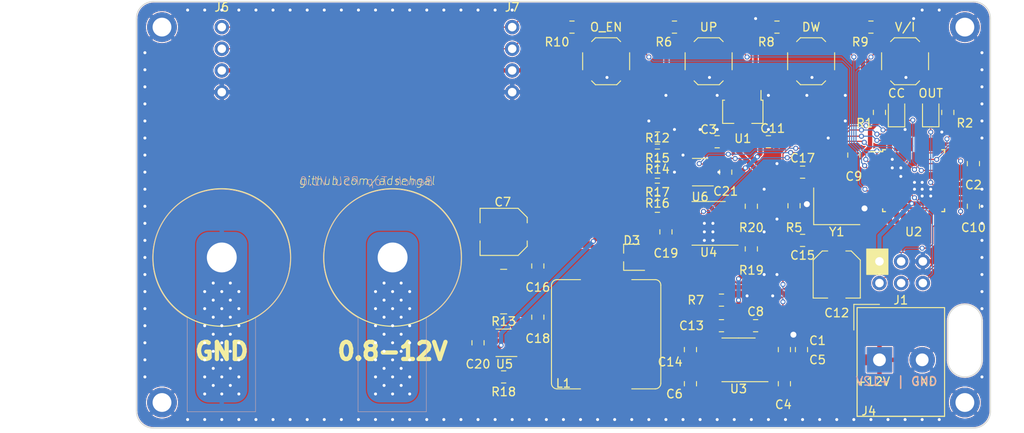
<source format=kicad_pcb>
(kicad_pcb (version 20200808) (host pcbnew "(5.99.0-2619-gb519867d9)")
  (layers (0 "F.Cu" signal) (31 "B.Cu" signal) (34 "B.Paste" user) (35 "F.Paste" user) (36 "B.SilkS" user) (37 "F.SilkS" user) (38 "B.Mask" user) (39 "F.Mask" user) (44 "Edge.Cuts" user))
  (net 0 "")
  (net 1 "+VSW")
  (net 2 "GND")
  (net 3 "Net-(C2-Pad2)")
  (net 4 "Net-(C6-Pad2)")
  (net 5 "Net-(C6-Pad1)")
  (net 6 "+5V")
  (net 7 "Net-(C8-Pad2)")
  (net 8 "Net-(C13-Pad2)")
  (net 9 "Net-(C13-Pad1)")
  (net 10 "Net-(C15-Pad2)")
  (net 11 "Net-(C16-Pad2)")
  (net 12 "Net-(C17-Pad2)")
  (net 13 "Net-(D1-Pad2)")
  (net 14 "Net-(D1-Pad1)")
  (net 15 "Net-(D2-Pad2)")
  (net 16 "Net-(D2-Pad1)")
  (net 17 "/RST")
  (net 18 "/MOSI")
  (net 19 "/SCK")
  (net 20 "/MISO")
  (net 21 "VDC")
  (net 22 "/REG_EN")
  (net 23 "Net-(R12-Pad1)")
  (net 24 "Net-(R14-Pad1)")
  (net 25 "Net-(R15-Pad1)")
  (net 26 "Net-(R16-Pad1)")
  (net 27 "/I_SENSE")
  (net 28 "Net-(R19-Pad2)")
  (net 29 "/V_FB")
  (net 30 "/~POT_CS")
  (net 31 "/POT_U~D")
  (net 32 "/SCL0")
  (net 33 "/SDA0")
  (net 34 "Net-(U2-Pad26)")
  (net 35 "Net-(U2-Pad25)")
  (net 36 "/V_SENSE")
  (net 37 "/~SS")
  (net 38 "Net-(U2-Pad13)")
  (net 39 "Net-(U2-Pad12)")
  (net 40 "Net-(U2-Pad11)")
  (net 41 "Net-(U4-Pad3)")
  (net 42 "/SW3")
  (net 43 "/SW4")
  (net 44 "Net-(U2-Pad9)")
  (net 45 "Net-(U2-Pad10)")
  (net 46 "/SW1")
  (net 47 "/SW2")
  (module "MountingHole:MountingHole_2.2mm_M2_ISO7380_Pad" (layer "F.Cu") (at 109 59)
    (fp_text reference "H3" (at 0 0) (layer "F.SilkS"))
    (fp_text value "MountingHole_Pad")
    (pad "1" thru_hole circle (at 0 0) (size 3.5 3.5) (drill 2.2) (layers *.Cu *.Mask) (net 2 "GND"))
  )
  (module "MountingHole:MountingHole_2.2mm_M2_ISO7380_Pad" (layer "F.Cu") (at 109 15)
    (fp_text reference "H2" (at 0 0) (layer "F.SilkS"))
    (fp_text value "MountingHole_Pad")
    (pad "1" thru_hole circle (at 0 0) (size 3.5 3.5) (drill 2.2) (layers *.Cu *.Mask) (net 2 "GND"))
  )
  (module "Resistor_SMD:R_0805_2012Metric" (layer "F.Cu") (at 84 36 -90)
    (fp_text reference "R20" (at 2.5 0 180) (layer "F.SilkS"))
    (fp_text value "10K")
    (pad "1" smd roundrect (at -0.9375 0 270) (size 0.975 1.4) (layers "F.Cu" "F.Paste" "F.Mask") (net 2 "GND"))
    (pad "2" smd roundrect (at 0.9375 0 270) (size 0.975 1.4) (layers "F.Cu" "F.Paste" "F.Mask") (net 28 "Net-(R19-Pad2)"))
  )
  (module "Capacitor_SMD:C_0805_2012Metric" (layer "F.Cu") (at 80 28.4375)
    (fp_text reference "C3" (at -1 -1.4375) (layer "F.SilkS"))
    (fp_text value "100nF")
    (pad "1" smd roundrect (at -0.9375 0) (size 0.975 1.4) (layers "F.Cu" "F.Paste" "F.Mask") (net 2 "GND"))
    (pad "2" smd roundrect (at 0.9375 0) (size 0.975 1.4) (layers "F.Cu" "F.Paste" "F.Mask") (net 1 "+VSW"))
  )
  (module "Capacitor_SMD:C_0805_2012Metric" (layer "F.Cu") (at 84.5 50)
    (fp_text reference "C8" (at 0 -1.65) (layer "F.SilkS"))
    (fp_text value "10nF")
    (pad "1" smd roundrect (at -0.9375 0) (size 0.975 1.4) (layers "F.Cu" "F.Paste" "F.Mask") (net 2 "GND"))
    (pad "2" smd roundrect (at 0.9375 0) (size 0.975 1.4) (layers "F.Cu" "F.Paste" "F.Mask") (net 7 "Net-(C8-Pad2)"))
  )
  (module "Capacitor_SMD:C_0805_2012Metric" (layer "F.Cu") (at 110 31 -90)
    (fp_text reference "C2" (at 2.5 0 180) (layer "F.SilkS"))
    (fp_text value "100nF")
    (pad "1" smd roundrect (at -0.9375 0 270) (size 0.975 1.4) (layers "F.Cu" "F.Paste" "F.Mask") (net 2 "GND"))
    (pad "2" smd roundrect (at 0.9375 0 270) (size 0.975 1.4) (layers "F.Cu" "F.Paste" "F.Mask") (net 3 "Net-(C2-Pad2)"))
  )
  (module "Capacitor_SMD:C_0805_2012Metric" (layer "F.Cu") (at 76.87 56.8 90)
    (fp_text reference "C6" (at -1.2 -1.87 180) (layer "F.SilkS"))
    (fp_text value "100nF")
    (pad "1" smd roundrect (at -0.9375 0 90) (size 0.975 1.4) (layers "F.Cu" "F.Paste" "F.Mask") (net 5 "Net-(C6-Pad1)"))
    (pad "2" smd roundrect (at 0.9375 0 90) (size 0.975 1.4) (layers "F.Cu" "F.Paste" "F.Mask") (net 4 "Net-(C6-Pad2)"))
  )
  (module "TerminalBlock_Altech:Altech_AK300_1x02_P5.00mm_45-Degree" (layer "F.Cu") (at 99 54)
    (fp_text reference "J4" (at -1.25 6) (layer "F.SilkS"))
    (fp_text value "Screw_Terminal_01x02")
    (pad "1" thru_hole rect (at 0 0) (size 3 3) (drill 1.5) (layers *.Cu *.Mask) (net 1 "+VSW"))
    (pad "2" thru_hole circle (at 5 0) (size 3 3) (drill 1.5) (layers *.Cu *.Mask) (net 2 "GND"))
  )
  (module "Resistor_SMD:R_0805_2012Metric" (layer "F.Cu") (at 73 34 180)
    (fp_text reference "R16" (at 0 -1.65) (layer "F.SilkS"))
    (fp_text value "10K")
    (pad "1" smd roundrect (at -0.9375 0 180) (size 0.975 1.4) (layers "F.Cu" "F.Paste" "F.Mask") (net 26 "Net-(R16-Pad1)"))
    (pad "2" smd roundrect (at 0.9375 0 180) (size 0.975 1.4) (layers "F.Cu" "F.Paste" "F.Mask") (net 25 "Net-(R15-Pad1)"))
  )
  (module "Capacitor_SMD:C_0805_2012Metric" (layer "F.Cu") (at 59 49 90)
    (fp_text reference "C18" (at -2.5 0 180) (layer "F.SilkS"))
    (fp_text value "4.7µF")
    (pad "1" smd roundrect (at -0.9375 0 90) (size 0.975 1.4) (layers "F.Cu" "F.Paste" "F.Mask") (net 2 "GND"))
    (pad "2" smd roundrect (at 0.9375 0 90) (size 0.975 1.4) (layers "F.Cu" "F.Paste" "F.Mask") (net 11 "Net-(C16-Pad2)"))
  )
  (module "Crystal:Crystal_SMD_SeikoEpson_TSX3225-4Pin_3.2x2.5mm_HandSoldering" (layer "F.Cu") (at 94 36)
    (fp_text reference "Y1" (at 0 3) (layer "F.SilkS"))
    (fp_text value "16MHz")
    (pad "1" smd rect (at -1.45 1.0875) (size 2.1 1.725) (layers "F.Cu" "F.Paste" "F.Mask") (net 10 "Net-(C15-Pad2)"))
    (pad "2" smd rect (at 1.45 1.0875) (size 2.1 1.725) (layers "F.Cu" "F.Paste" "F.Mask") (net 2 "GND"))
    (pad "3" smd rect (at 1.45 -1.0875) (size 2.1 1.725) (layers "F.Cu" "F.Paste" "F.Mask") (net 12 "Net-(C17-Pad2)"))
    (pad "4" smd rect (at -1.45 -1.0875) (size 2.1 1.725) (layers "F.Cu" "F.Paste" "F.Mask") (net 2 "GND"))
  )
  (module "Package_SO:SOIC-8_3.9x4.9mm_P1.27mm" (layer "F.Cu") (at 79 38 180)
    (fp_text reference "U4" (at 0 -3.4) (layer "F.SilkS"))
    (fp_text value "LM358")
    (pad "1" smd roundrect (at -2.475 -1.905 180) (size 1.95 0.6) (layers "F.Cu" "F.Paste" "F.Mask") (net 29 "/V_FB"))
    (pad "2" smd roundrect (at -2.475 -0.635 180) (size 1.95 0.6) (layers "F.Cu" "F.Paste" "F.Mask") (net 28 "Net-(R19-Pad2)"))
    (pad "3" smd roundrect (at -2.475 0.635 180) (size 1.95 0.6) (layers "F.Cu" "F.Paste" "F.Mask") (net 41 "Net-(U4-Pad3)"))
    (pad "4" smd roundrect (at -2.475 1.905 180) (size 1.95 0.6) (layers "F.Cu" "F.Paste" "F.Mask") (net 2 "GND"))
    (pad "5" smd roundrect (at 2.475 1.905 180) (size 1.95 0.6) (layers "F.Cu" "F.Paste" "F.Mask") (net 26 "Net-(R16-Pad1)"))
    (pad "6" smd roundrect (at 2.475 0.635 180) (size 1.95 0.6) (layers "F.Cu" "F.Paste" "F.Mask") (net 36 "/V_SENSE"))
    (pad "7" smd roundrect (at 2.475 -0.635 180) (size 1.95 0.6) (layers "F.Cu" "F.Paste" "F.Mask") (net 36 "/V_SENSE"))
    (pad "8" smd roundrect (at 2.475 -1.905 180) (size 1.95 0.6) (layers "F.Cu" "F.Paste" "F.Mask") (net 1 "+VSW"))
  )
  (module "Capacitor_SMD:C_0805_2012Metric" (layer "F.Cu") (at 90 40)
    (fp_text reference "C15" (at 0 1.75) (layer "F.SilkS"))
    (fp_text value "22pF")
    (pad "1" smd roundrect (at -0.9375 0) (size 0.975 1.4) (layers "F.Cu" "F.Paste" "F.Mask") (net 2 "GND"))
    (pad "2" smd roundrect (at 0.9375 0) (size 0.975 1.4) (layers "F.Cu" "F.Paste" "F.Mask") (net 10 "Net-(C15-Pad2)"))
  )
  (module "Package_QFP:TQFP-32_7x7mm_P0.8mm" (layer "F.Cu") (at 103 33)
    (fp_text reference "U2" (at 0 6) (layer "F.SilkS"))
    (fp_text value "ATmega328PB-AU")
    (pad "1" smd rect (at -4.25 -2.8) (size 1.6 0.55) (layers "F.Cu" "F.Paste" "F.Mask") (net 42 "/SW3"))
    (pad "2" smd rect (at -4.25 -2) (size 1.6 0.55) (layers "F.Cu" "F.Paste" "F.Mask") (net 47 "/SW2"))
    (pad "3" smd rect (at -4.25 -1.2) (size 1.6 0.55) (layers "F.Cu" "F.Paste" "F.Mask") (net 46 "/SW1"))
    (pad "4" smd rect (at -4.25 -0.4) (size 1.6 0.55) (layers "F.Cu" "F.Paste" "F.Mask") (net 6 "+5V"))
    (pad "5" smd rect (at -4.25 0.4) (size 1.6 0.55) (layers "F.Cu" "F.Paste" "F.Mask") (net 2 "GND"))
    (pad "6" smd rect (at -4.25 1.2) (size 1.6 0.55) (layers "F.Cu" "F.Paste" "F.Mask") (net 43 "/SW4"))
    (pad "7" smd rect (at -4.25 2) (size 1.6 0.55) (layers "F.Cu" "F.Paste" "F.Mask") (net 12 "Net-(C17-Pad2)"))
    (pad "8" smd rect (at -4.25 2.8) (size 1.6 0.55) (layers "F.Cu" "F.Paste" "F.Mask") (net 10 "Net-(C15-Pad2)"))
    (pad "9" smd rect (at -2.8 4.25 90) (size 1.6 0.55) (layers "F.Cu" "F.Paste" "F.Mask") (net 44 "Net-(U2-Pad9)"))
    (pad "10" smd rect (at -2 4.25 90) (size 1.6 0.55) (layers "F.Cu" "F.Paste" "F.Mask") (net 45 "Net-(U2-Pad10)"))
    (pad "11" smd rect (at -1.2 4.25 90) (size 1.6 0.55) (layers "F.Cu" "F.Paste" "F.Mask") (net 40 "Net-(U2-Pad11)"))
    (pad "12" smd rect (at -0.4 4.25 90) (size 1.6 0.55) (layers "F.Cu" "F.Paste" "F.Mask") (net 39 "Net-(U2-Pad12)"))
    (pad "13" smd rect (at 0.4 4.25 90) (size 1.6 0.55) (layers "F.Cu" "F.Paste" "F.Mask") (net 38 "Net-(U2-Pad13)"))
    (pad "14" smd rect (at 1.2 4.25 90) (size 1.6 0.55) (layers "F.Cu" "F.Paste" "F.Mask") (net 37 "/~SS"))
    (pad "15" smd rect (at 2 4.25 90) (size 1.6 0.55) (layers "F.Cu" "F.Paste" "F.Mask") (net 18 "/MOSI"))
    (pad "16" smd rect (at 2.8 4.25 90) (size 1.6 0.55) (layers "F.Cu" "F.Paste" "F.Mask") (net 20 "/MISO"))
    (pad "17" smd rect (at 4.25 2.8) (size 1.6 0.55) (layers "F.Cu" "F.Paste" "F.Mask") (net 19 "/SCK"))
    (pad "18" smd rect (at 4.25 2) (size 1.6 0.55) (layers "F.Cu" "F.Paste" "F.Mask") (net 6 "+5V"))
    (pad "19" smd rect (at 4.25 1.2) (size 1.6 0.55) (layers "F.Cu" "F.Paste" "F.Mask") (net 16 "Net-(D2-Pad1)"))
    (pad "20" smd rect (at 4.25 0.4) (size 1.6 0.55) (layers "F.Cu" "F.Paste" "F.Mask") (net 3 "Net-(C2-Pad2)"))
    (pad "21" smd rect (at 4.25 -0.4) (size 1.6 0.55) (layers "F.Cu" "F.Paste" "F.Mask") (net 2 "GND"))
    (pad "22" smd rect (at 4.25 -1.2) (size 1.6 0.55) (layers "F.Cu" "F.Paste" "F.Mask") (net 14 "Net-(D1-Pad1)"))
    (pad "23" smd rect (at 4.25 -2) (size 1.6 0.55) (layers "F.Cu" "F.Paste" "F.Mask") (net 36 "/V_SENSE"))
    (pad "24" smd rect (at 4.25 -2.8) (size 1.6 0.55) (layers "F.Cu" "F.Paste" "F.Mask") (net 27 "/I_SENSE"))
    (pad "25" smd rect (at 2.8 -4.25 90) (size 1.6 0.55) (layers "F.Cu" "F.Paste" "F.Mask") (net 35 "Net-(U2-Pad25)"))
    (pad "26" smd rect (at 2 -4.25 90) (size 1.6 0.55) (layers "F.Cu" "F.Paste" "F.Mask") (net 34 "Net-(U2-Pad26)"))
    (pad "27" smd rect (at 1.2 -4.25 90) (size 1.6 0.55) (layers "F.Cu" "F.Paste" "F.Mask") (net 33 "/SDA0"))
    (pad "28" smd rect (at 0.4 -4.25 90) (size 1.6 0.55) (layers "F.Cu" "F.Paste" "F.Mask") (net 32 "/SCL0"))
    (pad "29" smd rect (at -0.4 -4.25 90) (size 1.6 0.55) (layers "F.Cu" "F.Paste" "F.Mask") (net 17 "/RST"))
    (pad "30" smd rect (at -1.2 -4.25 90) (size 1.6 0.55) (layers "F.Cu" "F.Paste" "F.Mask") (net 22 "/REG_EN"))
    (pad "31" smd rect (at -2 -4.25 90) (size 1.6 0.55) (layers "F.Cu" "F.Paste" "F.Mask") (net 31 "/POT_U~D"))
    (pad "32" smd rect (at -2.8 -4.25 90) (size 1.6 0.55) (layers "F.Cu" "F.Paste" "F.Mask") (net 30 "/~POT_CS"))
  )
  (module "Capacitor_SMD:C_0805_2012Metric" (layer "F.Cu") (at 110 36 90)
    (fp_text reference "C10" (at -2.5 0 180) (layer "F.SilkS"))
    (fp_text value "100nF")
    (pad "1" smd roundrect (at -0.9375 0 90) (size 0.975 1.4) (layers "F.Cu" "F.Paste" "F.Mask") (net 2 "GND"))
    (pad "2" smd roundrect (at 0.9375 0 90) (size 0.975 1.4) (layers "F.Cu" "F.Paste" "F.Mask") (net 6 "+5V"))
  )
  (module "Capacitor_SMD:C_0805_2012Metric" (layer "F.Cu") (at 87.87 56.8 90)
    (fp_text reference "C4" (at -2.45 -0.12 180) (layer "F.SilkS"))
    (fp_text value "4.7µF")
    (pad "1" smd roundrect (at -0.9375 0 90) (size 0.975 1.4) (layers "F.Cu" "F.Paste" "F.Mask") (net 2 "GND"))
    (pad "2" smd roundrect (at 0.9375 0 90) (size 0.975 1.4) (layers "F.Cu" "F.Paste" "F.Mask") (net 1 "+VSW"))
  )
  (module "Button_Switch_SMD:SW_SPST_TL3342" (layer "F.Cu") (at 91 19)
    (fp_text reference "SW2" hide)
    (fp_text value "DW" (at 0 -4) (layer "F.SilkS"))
    (pad "1" smd rect (at -3.15 -1.9) (size 1.7 1) (layers "F.Cu" "F.Paste" "F.Mask") (net 47 "/SW2"))
    (pad "1" smd rect (at 3.15 -1.9) (size 1.7 1) (layers "F.Cu" "F.Paste" "F.Mask") (net 47 "/SW2"))
    (pad "2" smd rect (at 3.15 1.9) (size 1.7 1) (layers "F.Cu" "F.Paste" "F.Mask") (net 2 "GND"))
    (pad "2" smd rect (at -3.15 1.9) (size 1.7 1) (layers "F.Cu" "F.Paste" "F.Mask") (net 2 "GND"))
  )
  (module "LOGO" (layer "F.Cu") (at 39 29)
    (fp_text reference "G***" hide)
    (fp_text value "LOGO" hide)
  )
  (module "Resistor_SMD:R_1020_2550Metric" (layer "F.Cu") (at 55 46)
    (fp_text reference "R13" (at 0 3.5) (layer "F.SilkS"))
    (fp_text value "0.01R")
    (pad "1" smd roundrect (at -1.125 0) (size 1.15 5.2) (layers "F.Cu" "F.Paste" "F.Mask") (roundrect_rratio 0.2173913043478261) (net 21 "VDC"))
    (pad "2" smd roundrect (at 1.125 0) (size 1.15 5.2) (layers "F.Cu" "F.Paste" "F.Mask") (roundrect_rratio 0.2173913043478261) (net 11 "Net-(C16-Pad2)"))
  )
  (module "Resistor_SMD:R_0805_2012Metric" (layer "F.Cu") (at 63 15)
    (fp_text reference "R10" (at -1.75 1.75) (layer "F.SilkS"))
    (fp_text value "10K")
    (pad "1" smd roundrect (at -0.9375 0) (size 0.975 1.4) (layers "F.Cu" "F.Paste" "F.Mask") (net 6 "+5V"))
    (pad "2" smd roundrect (at 0.9375 0) (size 0.975 1.4) (layers "F.Cu" "F.Paste" "F.Mask") (net 43 "/SW4"))
  )
  (module "Capacitor_SMD:C_0805_2012Metric" (layer "F.Cu") (at 76.87 52.8 -90)
    (fp_text reference "C14" (at 1.45 2.37 180) (layer "F.SilkS"))
    (fp_text value "22pF")
    (pad "1" smd roundrect (at -0.9375 0 270) (size 0.975 1.4) (layers "F.Cu" "F.Paste" "F.Mask") (net 2 "GND"))
    (pad "2" smd roundrect (at 0.9375 0 270) (size 0.975 1.4) (layers "F.Cu" "F.Paste" "F.Mask") (net 8 "Net-(C13-Pad2)"))
  )
  (module "Capacitor_SMD:C_0805_2012Metric" (layer "F.Cu") (at 87.87 52.8 -90)
    (fp_text reference "C1" (at -1.05 -3.88 180) (layer "F.SilkS"))
    (fp_text value "10nF")
    (pad "1" smd roundrect (at -0.9375 0 270) (size 0.975 1.4) (layers "F.Cu" "F.Paste" "F.Mask") (net 2 "GND"))
    (pad "2" smd roundrect (at 0.9375 0 270) (size 0.975 1.4) (layers "F.Cu" "F.Paste" "F.Mask") (net 1 "+VSW"))
  )
  (module "Resistor_SMD:R_0805_2012Metric" (layer "F.Cu") (at 107 25 -90)
    (fp_text reference "R2" (at 1.25 -2 180) (layer "F.SilkS"))
    (fp_text value "330R")
    (pad "1" smd roundrect (at -0.9375 0 270) (size 0.975 1.4) (layers "F.Cu" "F.Paste" "F.Mask") (net 15 "Net-(D2-Pad2)"))
    (pad "2" smd roundrect (at 0.9375 0 270) (size 0.975 1.4) (layers "F.Cu" "F.Paste" "F.Mask") (net 6 "+5V"))
  )
  (module "Capacitor_SMD:C_0805_2012Metric" (layer "F.Cu") (at 52 52 90)
    (fp_text reference "C20" (at -2.5 0 180) (layer "F.SilkS"))
    (fp_text value "C_Small")
    (pad "1" smd roundrect (at -0.9375 0 90) (size 0.975 1.4) (layers "F.Cu" "F.Paste" "F.Mask") (net 6 "+5V"))
    (pad "2" smd roundrect (at 0.9375 0 90) (size 0.975 1.4) (layers "F.Cu" "F.Paste" "F.Mask") (net 2 "GND"))
  )
  (module "Resistor_SMD:R_0805_2012Metric" (layer "F.Cu") (at 75 15)
    (fp_text reference "R6" (at -1.25 1.75) (layer "F.SilkS"))
    (fp_text value "10K")
    (pad "1" smd roundrect (at -0.9375 0) (size 0.975 1.4) (layers "F.Cu" "F.Paste" "F.Mask") (net 6 "+5V"))
    (pad "2" smd roundrect (at 0.9375 0) (size 0.975 1.4) (layers "F.Cu" "F.Paste" "F.Mask") (net 46 "/SW1"))
  )
  (module "Button_Switch_SMD:SW_SPST_TL3342" (layer "F.Cu") (at 79 19)
    (fp_text reference "SW1" hide)
    (fp_text value "UP" (at 0 -4) (layer "F.SilkS"))
    (pad "1" smd rect (at -3.15 -1.9) (size 1.7 1) (layers "F.Cu" "F.Paste" "F.Mask") (net 46 "/SW1"))
    (pad "1" smd rect (at 3.15 -1.9) (size 1.7 1) (layers "F.Cu" "F.Paste" "F.Mask") (net 46 "/SW1"))
    (pad "2" smd rect (at -3.15 1.9) (size 1.7 1) (layers "F.Cu" "F.Paste" "F.Mask") (net 2 "GND"))
    (pad "2" smd rect (at 3.15 1.9) (size 1.7 1) (layers "F.Cu" "F.Paste" "F.Mask") (net 2 "GND"))
  )
  (module "Resistor_SMD:R_0805_2012Metric" (layer "F.Cu") (at 55 56)
    (fp_text reference "R18" (at 0 1.75) (layer "F.SilkS"))
    (fp_text value "500K")
    (pad "1" smd roundrect (at -0.9375 0) (size 0.975 1.4) (layers "F.Cu" "F.Paste" "F.Mask") (net 2 "GND"))
    (pad "2" smd roundrect (at 0.9375 0) (size 0.975 1.4) (layers "F.Cu" "F.Paste" "F.Mask") (net 27 "/I_SENSE"))
  )
  (module "Capacitor_SMD:C_Elec_5x5.4" (layer "F.Cu") (at 55 39 180)
    (fp_text reference "C7" (at 0.099237 3.5) (layer "F.SilkS"))
    (fp_text value "10uF")
    (pad "1" smd roundrect (at -2.0625 0 180) (size 2.775 1.6) (layers "F.Cu" "F.Paste" "F.Mask") (roundrect_rratio 0.15625) (net 2 "GND"))
    (pad "2" smd roundrect (at 2.0625 0 180) (size 2.775 1.6) (layers "F.Cu" "F.Paste" "F.Mask") (roundrect_rratio 0.15625) (net 21 "VDC"))
  )
  (module "Binding_Post:Binding_Post" (layer "F.Cu") (at 22 42)
    (fp_text reference "J3" hide)
    (fp_text value "Conn_01x01" hide)
    (pad "1" smd roundrect (at 0 7) (size 6 20) (layers "B.Cu" "B.Paste" "B.Mask") (chamfer_ratio 0.2) (chamfer) (net 2 "GND"))
    (pad "1" thru_hole circle (at 0 0) (size 5 5) (drill 3.5) (layers *.Cu *.Mask) (net 2 "GND"))
  )
  (module "MountingHole:MountingHole_2.2mm_M2_ISO7380_Pad" (layer "F.Cu") (at 15 59)
    (fp_text reference "H4" (at 0 0) (layer "F.SilkS"))
    (fp_text value "MountingHole_Pad")
    (pad "1" thru_hole circle (at 0 0) (size 3.5 3.5) (drill 2.2) (layers *.Cu *.Mask) (net 2 "GND"))
  )
  (module "Resistor_SMD:R_0805_2012Metric" (layer "F.Cu") (at 87 15)
    (fp_text reference "R8" (at -1.25 1.75) (layer "F.SilkS"))
    (fp_text value "10K")
    (pad "1" smd roundrect (at -0.9375 0) (size 0.975 1.4) (layers "F.Cu" "F.Paste" "F.Mask") (net 6 "+5V"))
    (pad "2" smd roundrect (at 0.9375 0) (size 0.975 1.4) (layers "F.Cu" "F.Paste" "F.Mask") (net 47 "/SW2"))
  )
  (module "Resistor_SMD:R_0805_2012Metric" (layer "F.Cu") (at 89 35.9375 90)
    (fp_text reference "R5" (at -2.5625 0 180) (layer "F.SilkS"))
    (fp_text value "1M")
    (pad "1" smd roundrect (at -0.9375 0 90) (size 0.975 1.4) (layers "F.Cu" "F.Paste" "F.Mask") (net 10 "Net-(C15-Pad2)"))
    (pad "2" smd roundrect (at 0.9375 0 90) (size 0.975 1.4) (layers "F.Cu" "F.Paste" "F.Mask") (net 12 "Net-(C17-Pad2)"))
  )
  (module "Button_Switch_SMD:SW_SPST_TL3342" (layer "F.Cu") (at 102 19)
    (fp_text reference "SW3" hide)
    (fp_text value "V/I" (at 0 -4) (layer "F.SilkS"))
    (pad "1" smd rect (at 3.15 -1.9) (size 1.7 1) (layers "F.Cu" "F.Paste" "F.Mask") (net 42 "/SW3"))
    (pad "1" smd rect (at -3.15 -1.9) (size 1.7 1) (layers "F.Cu" "F.Paste" "F.Mask") (net 42 "/SW3"))
    (pad "2" smd rect (at 3.15 1.9) (size 1.7 1) (layers "F.Cu" "F.Paste" "F.Mask") (net 2 "GND"))
    (pad "2" smd rect (at -3.15 1.9) (size 1.7 1) (layers "F.Cu" "F.Paste" "F.Mask") (net 2 "GND"))
  )
  (module "Resistor_SMD:R_0805_2012Metric" (layer "F.Cu") (at 73 28)
    (fp_text reference "R12" (at 0 0) (layer "F.SilkS"))
    (fp_text value "1K")
    (pad "1" smd roundrect (at -0.9375 0) (size 0.975 1.4) (layers "F.Cu" "F.Paste" "F.Mask") (net 23 "Net-(R12-Pad1)"))
    (pad "2" smd roundrect (at 0.9375 0) (size 0.975 1.4) (layers "F.Cu" "F.Paste" "F.Mask") (net 11 "Net-(C16-Pad2)"))
  )
  (module "Binding_Post:Binding_Post" (layer "F.Cu") (at 42 42)
    (fp_text reference "J2" hide)
    (fp_text value "Conn_01x01" hide)
    (pad "1" smd roundrect (at 0 7) (size 6 20) (layers "B.Cu" "B.Paste" "B.Mask") (chamfer_ratio 0.2) (chamfer) (net 21 "VDC"))
    (pad "1" thru_hole circle (at 0 0) (size 5 5) (drill 3.5) (layers *.Cu *.Mask) (net 21 "VDC"))
  )
  (module "MountingHole:MountingHole_2.2mm_M2_ISO7380_Pad" (layer "F.Cu") (at 15 15)
    (fp_text reference "H1" (at 0 0) (layer "F.SilkS"))
    (fp_text value "MountingHole_Pad")
    (pad "1" thru_hole circle (at 0 0) (size 3.5 3.5) (drill 2.2) (layers *.Cu *.Mask) (net 2 "GND"))
  )
  (module "Capacitor_SMD:C_Elec_5x5.4" (layer "F.Cu") (at 94 44 -90)
    (fp_text reference "C12" (at 4.5 0 180) (layer "F.SilkS"))
    (fp_text value "10uF")
    (pad "1" smd roundrect (at -2.0625 0 270) (size 2.775 1.6) (layers "F.Cu" "F.Paste" "F.Mask") (roundrect_rratio 0.15625) (net 2 "GND"))
    (pad "2" smd roundrect (at 2.0625 0 270) (size 2.775 1.6) (layers "F.Cu" "F.Paste" "F.Mask") (roundrect_rratio 0.15625) (net 1 "+VSW"))
  )
  (module "Resistor_SMD:R_0805_2012Metric" (layer "F.Cu") (at 84 41 90)
    (fp_text reference "R19" (at -2.5 0 180) (layer "F.SilkS"))
    (fp_text value "14K")
    (pad "1" smd roundrect (at -0.9375 0 90) (size 0.975 1.4) (layers "F.Cu" "F.Paste" "F.Mask") (net 29 "/V_FB"))
    (pad "2" smd roundrect (at 0.9375 0 90) (size 0.975 1.4) (layers "F.Cu" "F.Paste" "F.Mask") (net 28 "Net-(R19-Pad2)"))
  )
  (module "Inductor_SMD:L_Bourns_SRR1260" (layer "F.Cu") (at 67 51 90)
    (fp_text reference "L1" (at -5.75 -5 180) (layer "F.SilkS"))
    (fp_text value "4.7µH")
    (pad "1" smd rect (at -4.85 0 90) (size 2.9 5.4) (layers "F.Cu" "F.Paste" "F.Mask") (net 4 "Net-(C6-Pad2)"))
    (pad "2" smd rect (at 4.85 0 90) (size 2.9 5.4) (layers "F.Cu" "F.Paste" "F.Mask") (net 11 "Net-(C16-Pad2)"))
  )
  (module "Capacitor_SMD:C_0805_2012Metric" (layer "F.Cu") (at 80.5 50 180)
    (fp_text reference "C13" (at 3.5 0) (layer "F.SilkS"))
    (fp_text value "2.2nF")
    (pad "1" smd roundrect (at -0.9375 0 180) (size 0.975 1.4) (layers "F.Cu" "F.Paste" "F.Mask") (net 9 "Net-(C13-Pad1)"))
    (pad "2" smd roundrect (at 0.9375 0 180) (size 0.975 1.4) (layers "F.Cu" "F.Paste" "F.Mask") (net 8 "Net-(C13-Pad2)"))
  )
  (module "Custom_Vertical_1x_2.54mm_Pin_Header:PinHeader_1x04_P2.54mm_Vertical" (layer "F.Cu") (at 22 15)
    (fp_text reference "J6" (at 0 -2.33) (layer "F.SilkS"))
    (fp_text value "Conn_01x04")
    (pad "1" thru_hole oval (at 0 0) (size 1.7 1.7) (drill 1) (layers *.Cu *.Mask) (net 33 "/SDA0"))
    (pad "2" thru_hole oval (at 0 2.54) (size 1.7 1.7) (drill 1) (layers *.Cu *.Mask) (net 32 "/SCL0"))
    (pad "3" thru_hole oval (at 0 5.08) (size 1.7 1.7) (drill 1) (layers *.Cu *.Mask) (net 6 "+5V"))
    (pad "4" thru_hole oval (at 0 7.62) (size 1.7 1.7) (drill 1) (layers *.Cu *.Mask) (net 2 "GND"))
  )
  (module "Custom_Vertical_2x_2.54mm_Pin_Header:PinHeader_2x03_P2.54mm_Vertical" (layer "F.Cu") (at 99 45 90)
    (fp_text reference "J1" (at -2 2.5 180) (layer "F.SilkS"))
    (fp_text value "ICSP")
    (pad "1" thru_hole oval (at 0 0 90) (size 1.7 1.7) (drill 1) (layers *.Cu *.Mask) (net 20 "/MISO"))
    (pad "2" thru_hole oval (at 2.54 0 90) (size 1.7 1.7) (drill 1) (layers *.Cu *.Mask) (net 6 "+5V"))
    (pad "3" thru_hole oval (at 0 2.54 90) (size 1.7 1.7) (drill 1) (layers *.Cu *.Mask) (net 19 "/SCK"))
    (pad "4" thru_hole oval (at 2.54 2.54 90) (size 1.7 1.7) (drill 1) (layers *.Cu *.Mask) (net 18 "/MOSI"))
    (pad "5" thru_hole oval (at 0 5.08 90) (size 1.7 1.7) (drill 1) (layers *.Cu *.Mask) (net 17 "/RST"))
    (pad "6" thru_hole oval (at 2.54 5.08 90) (size 1.7 1.7) (drill 1) (layers *.Cu *.Mask) (net 2 "GND"))
  )
  (module "Resistor_SMD:R_0805_2012Metric" (layer "F.Cu") (at 99 25 -90)
    (fp_text reference "R1" (at 1.25 1.75 180) (layer "F.SilkS"))
    (fp_text value "330R")
    (pad "1" smd roundrect (at -0.9375 0 270) (size 0.975 1.4) (layers "F.Cu" "F.Paste" "F.Mask") (net 13 "Net-(D1-Pad2)"))
    (pad "2" smd roundrect (at 0.9375 0 270) (size 0.975 1.4) (layers "F.Cu" "F.Paste" "F.Mask") (net 6 "+5V"))
  )
  (module "Button_Switch_SMD:SW_SPST_TL3342" (layer "F.Cu") (at 67 19)
    (fp_text reference "SW4" hide)
    (fp_text value "O_EN" (at 0 -4) (layer "F.SilkS"))
    (pad "1" smd rect (at -3.15 -1.9) (size 1.7 1) (layers "F.Cu" "F.Paste" "F.Mask") (net 43 "/SW4"))
    (pad "1" smd rect (at 3.15 -1.9) (size 1.7 1) (layers "F.Cu" "F.Paste" "F.Mask") (net 43 "/SW4"))
    (pad "2" smd rect (at 3.15 1.9) (size 1.7 1) (layers "F.Cu" "F.Paste" "F.Mask") (net 2 "GND"))
    (pad "2" smd rect (at -3.15 1.9) (size 1.7 1) (layers "F.Cu" "F.Paste" "F.Mask") (net 2 "GND"))
  )
  (module "LED_SMD:LED_0805_2012Metric" (layer "F.Cu") (at 101 25 90)
    (fp_text reference "D1" hide)
    (fp_text value "CC" (at 2.25 0 180) (layer "F.SilkS"))
    (pad "1" smd roundrect (at -0.9375 0 90) (size 0.975 1.4) (layers "F.Cu" "F.Paste" "F.Mask") (net 14 "Net-(D1-Pad1)"))
    (pad "2" smd roundrect (at 0.9375 0 90) (size 0.975 1.4) (layers "F.Cu" "F.Paste" "F.Mask") (net 13 "Net-(D1-Pad2)"))
  )
  (module "Resistor_SMD:R_0805_2012Metric" (layer "F.Cu") (at 73 32)
    (fp_text reference "R15" (at 0 -1.65) (layer "F.SilkS"))
    (fp_text value "1.5K")
    (pad "1" smd roundrect (at -0.9375 0) (size 0.975 1.4) (layers "F.Cu" "F.Paste" "F.Mask") (net 25 "Net-(R15-Pad1)"))
    (pad "2" smd roundrect (at 0.9375 0) (size 0.975 1.4) (layers "F.Cu" "F.Paste" "F.Mask") (net 24 "Net-(R14-Pad1)"))
  )
  (module "Capacitor_SMD:C_0805_2012Metric" (layer "F.Cu") (at 89.87 52.8 -90)
    (fp_text reference "C5" (at 1.2 -1.88 180) (layer "F.SilkS"))
    (fp_text value "4.7µF")
    (pad "1" smd roundrect (at -0.9375 0 270) (size 0.975 1.4) (layers "F.Cu" "F.Paste" "F.Mask") (net 2 "GND"))
    (pad "2" smd roundrect (at 0.9375 0 270) (size 0.975 1.4) (layers "F.Cu" "F.Paste" "F.Mask") (net 1 "+VSW"))
  )
  (module "Package_TO_SOT_SMD:SOT-23-6" (layer "F.Cu") (at 78 32 180)
    (fp_text reference "U6" (at 0 -2.9) (layer "F.SilkS"))
    (fp_text value "MCP4023-103ECH")
    (pad "1" smd rect (at -1.1 -0.95 180) (size 1.06 0.65) (layers "F.Cu" "F.Paste" "F.Mask") (net 6 "+5V"))
    (pad "2" smd rect (at -1.1 0 180) (size 1.06 0.65) (layers "F.Cu" "F.Paste" "F.Mask") (net 2 "GND"))
    (pad "3" smd rect (at -1.1 0.95 180) (size 1.06 0.65) (layers "F.Cu" "F.Paste" "F.Mask") (net 31 "/POT_U~D"))
    (pad "4" smd rect (at 1.1 0.95 180) (size 1.06 0.65) (layers "F.Cu" "F.Paste" "F.Mask") (net 30 "/~POT_CS"))
    (pad "5" smd rect (at 1.1 0 180) (size 1.06 0.65) (layers "F.Cu" "F.Paste" "F.Mask") (net 41 "Net-(U4-Pad3)"))
    (pad "6" smd rect (at 1.1 -0.95 180) (size 1.06 0.65) (layers "F.Cu" "F.Paste" "F.Mask") (net 26 "Net-(R16-Pad1)"))
  )
  (module "Package_SO:SOIC-8-1EP_3.9x4.9mm_P1.27mm_EP2.514x3.2mm" (layer "F.Cu") (at 82.5 54 180)
    (fp_text reference "U3" (at 0 -3.4 180) (layer "F.SilkS"))
    (fp_text value "TPS54531DDAR")
    (pad "1" smd roundrect (at -2.6375 -1.905 180) (size 1.625 0.6) (layers "F.Cu" "F.Paste" "F.Mask") (net 5 "Net-(C6-Pad1)"))
    (pad "2" smd roundrect (at -2.6375 -0.635 180) (size 1.625 0.6) (layers "F.Cu" "F.Paste" "F.Mask") (net 1 "+VSW"))
    (pad "3" smd roundrect (at -2.6375 0.635 180) (size 1.625 0.6) (layers "F.Cu" "F.Paste" "F.Mask") (net 22 "/REG_EN"))
    (pad "4" smd roundrect (at -2.6375 1.905 180) (size 1.625 0.6) (layers "F.Cu" "F.Paste" "F.Mask") (net 7 "Net-(C8-Pad2)"))
    (pad "5" smd roundrect (at 2.6375 1.905 180) (size 1.625 0.6) (layers "F.Cu" "F.Paste" "F.Mask") (net 29 "/V_FB"))
    (pad "6" smd roundrect (at 2.6375 0.635 180) (size 1.625 0.6) (layers "F.Cu" "F.Paste" "F.Mask") (net 8 "Net-(C13-Pad2)"))
    (pad "7" smd roundrect (at 2.6375 -0.635 180) (size 1.625 0.6) (layers "F.Cu" "F.Paste" "F.Mask") (net 2 "GND"))
    (pad "8" smd roundrect (at 2.6375 -1.905 180) (size 1.625 0.6) (layers "F.Cu" "F.Paste" "F.Mask") (net 4 "Net-(C6-Pad2)"))
    (pad "9" smd rect (at 0 0 180) (size 2.514 3.2) (layers "F.Cu" "F.Mask") (net 2 "GND"))
  )
  (module "Package_TO_SOT_SMD:SOT-23-5" (layer "F.Cu") (at 55 52 180)
    (fp_text reference "U5" (at -0.1 -2.5) (layer "F.SilkS"))
    (fp_text value "INA138")
    (pad "1" smd rect (at -1.1 -0.95 180) (size 1.06 0.65) (layers "F.Cu" "F.Paste" "F.Mask") (net 27 "/I_SENSE"))
    (pad "2" smd rect (at -1.1 0 180) (size 1.06 0.65) (layers "F.Cu" "F.Paste" "F.Mask") (net 2 "GND"))
    (pad "3" smd rect (at -1.1 0.95 180) (size 1.06 0.65) (layers "F.Cu" "F.Paste" "F.Mask") (net 11 "Net-(C16-Pad2)"))
    (pad "4" smd rect (at 1.1 0.95 180) (size 1.06 0.65) (layers "F.Cu" "F.Paste" "F.Mask") (net 21 "VDC"))
    (pad "5" smd rect (at 1.1 -0.95 180) (size 1.06 0.65) (layers "F.Cu" "F.Paste" "F.Mask") (net 6 "+5V"))
  )
  (module "LED_SMD:LED_0805_2012Metric" (layer "F.Cu") (at 105 25 90)
    (fp_text reference "D2" hide)
    (fp_text value "OUT" (at 2.25 0 180) (layer "F.SilkS"))
    (pad "1" smd roundrect (at -0.9375 0 90) (size 0.975 1.4) (layers "F.Cu" "F.Paste" "F.Mask") (net 16 "Net-(D2-Pad1)"))
    (pad "2" smd roundrect (at 0.9375 0 90) (size 0.975 1.4) (layers "F.Cu" "F.Paste" "F.Mask") (net 15 "Net-(D2-Pad2)"))
  )
  (module "Package_TO_SOT_SMD:SOT-89-3" (layer "F.Cu") (at 83 24.623385 -90)
    (fp_text reference "U1" (at 3.4375 0 180) (layer "F.SilkS"))
    (fp_text value "L78L08_SOT89")
    (pad "1" smd rect (at -1.65 -1.5 270) (size 1.3 0.9) (layers "F.Cu" "F.Paste" "F.Mask") (net 6 "+5V"))
    (pad "2" smd custom (at -1.5625 0 270) (size 1.475 0.9) (layers "F.Cu" "F.Paste" "F.Mask") (net 2 "GND") (options (clearance outline) (anchor rect)) (primitives (gr_poly (pts (xy 0.7375 -0.8665) (xy 3.8625 -0.8665) (xy 3.8625 0.8665) (xy 0.7375 0.8665)) (width 0))))
    (pad "3" smd rect (at -1.65 1.5 270) (size 1.3 0.9) (layers "F.Cu" "F.Paste" "F.Mask") (net 1 "+VSW"))
  )
  (module "Capacitor_SMD:C_0805_2012Metric" (layer "F.Cu") (at 81 32 90)
    (fp_text reference "C21" (at -2.25 0 180) (layer "F.SilkS"))
    (fp_text value "C_Small")
    (pad "1" smd roundrect (at -0.9375 0 90) (size 0.975 1.4) (layers "F.Cu" "F.Paste" "F.Mask") (net 6 "+5V"))
    (pad "2" smd roundrect (at 0.9375 0 90) (size 0.975 1.4) (layers "F.Cu" "F.Paste" "F.Mask") (net 2 "GND"))
  )
  (module "Resistor_SMD:R_0805_2012Metric" (layer "F.Cu") (at 98 15)
    (fp_text reference "R9" (at -1.25 1.75) (layer "F.SilkS"))
    (fp_text value "10K")
    (pad "1" smd roundrect (at -0.9375 0) (size 0.975 1.4) (layers "F.Cu" "F.Paste" "F.Mask") (net 6 "+5V"))
    (pad "2" smd roundrect (at 0.9375 0) (size 0.975 1.4) (layers "F.Cu" "F.Paste" "F.Mask") (net 42 "/SW3"))
  )
  (module "Capacitor_SMD:C_0805_2012Metric" (layer "F.Cu") (at 59 43 -90)
    (fp_text reference "C16" (at 2.5 0 -180) (layer "F.SilkS"))
    (fp_text value "4.7µF")
    (pad "1" smd roundrect (at -0.9375 0 270) (size 0.975 1.4) (layers "F.Cu" "F.Paste" "F.Mask") (net 2 "GND"))
    (pad "2" smd roundrect (at 0.9375 0 270) (size 0.975 1.4) (layers "F.Cu" "F.Paste" "F.Mask") (net 11 "Net-(C16-Pad2)"))
  )
  (module "Capacitor_SMD:C_0805_2012Metric" (layer "F.Cu") (at 74 39 -90)
    (fp_text reference "C19" (at 2.5 0 180) (layer "F.SilkS"))
    (fp_text value "100nF")
    (pad "1" smd roundrect (at -0.9375 0 270) (size 0.975 1.4) (layers "F.Cu" "F.Paste" "F.Mask") (net 2 "GND"))
    (pad "2" smd roundrect (at 0.9375 0 270) (size 0.975 1.4) (layers "F.Cu" "F.Paste" "F.Mask") (net 1 "+VSW"))
  )
  (module "Resistor_SMD:R_0805_2012Metric" (layer "F.Cu") (at 80.5 47)
    (fp_text reference "R7" (at -3 0) (layer "F.SilkS"))
    (fp_text value "37.4K")
    (pad "1" smd roundrect (at -0.9375 0) (size 0.975 1.4) (layers "F.Cu" "F.Paste" "F.Mask") (net 2 "GND"))
    (pad "2" smd roundrect (at 0.9375 0) (size 0.975 1.4) (layers "F.Cu" "F.Paste" "F.Mask") (net 9 "Net-(C13-Pad1)"))
  )
  (module "Resistor_SMD:R_0805_2012Metric" (layer "F.Cu") (at 73 30 180)
    (fp_text reference "R14" (at 0 -1.65) (layer "F.SilkS"))
    (fp_text value "1.5K")
    (pad "1" smd roundrect (at -0.9375 0 180) (size 0.975 1.4) (layers "F.Cu" "F.Paste" "F.Mask") (net 24 "Net-(R14-Pad1)"))
    (pad "2" smd roundrect (at 0.9375 0 180) (size 0.975 1.4) (layers "F.Cu" "F.Paste" "F.Mask") (net 23 "Net-(R12-Pad1)"))
  )
  (module "Custom_Vertical_1x_2.54mm_Pin_Header:PinHeader_1x04_P2.54mm_Vertical" (layer "F.Cu") (at 56 15)
    (fp_text reference "J7" (at 0 -2.33) (layer "F.SilkS"))
    (fp_text value "Conn_01x04")
    (pad "1" thru_hole oval (at 0 0) (size 1.7 1.7) (drill 1) (layers *.Cu *.Mask) (net 33 "/SDA0"))
    (pad "2" thru_hole oval (at 0 2.54) (size 1.7 1.7) (drill 1) (layers *.Cu *.Mask) (net 32 "/SCL0"))
    (pad "3" thru_hole oval (at 0 5.08) (size 1.7 1.7) (drill 1) (layers *.Cu *.Mask) (net 6 "+5V"))
    (pad "4" thru_hole oval (at 0 7.62) (size 1.7 1.7) (drill 1) (layers *.Cu *.Mask) (net 2 "GND"))
  )
  (module "Resistor_SMD:R_0805_2012Metric" (layer "F.Cu") (at 73 36)
    (fp_text reference "R17" (at 0 -1.65) (layer "F.SilkS"))
    (fp_text value "10K")
    (pad "1" smd roundrect (at -0.9375 0) (size 0.975 1.4) (layers "F.Cu" "F.Paste" "F.Mask") (net 2 "GND"))
    (pad "2" smd roundrect (at 0.9375 0) (size 0.975 1.4) (layers "F.Cu" "F.Paste" "F.Mask") (net 26 "Net-(R16-Pad1)"))
  )
  (module "Package_TO_SOT_SMD:TSOT-23" (layer "F.Cu") (at 70 42 180)
    (fp_text reference "D3" (at 0 2) (layer "F.SilkS"))
    (fp_text value "BAT1000")
    (pad "1" smd rect (at -1.31 -0.95 180) (size 1.22 0.65) (layers "F.Cu" "F.Paste" "F.Mask") (net 2 "GND"))
    (pad "2" smd rect (at -1.31 0.95 180) (size 1.22 0.65) (layers "F.Cu" "F.Paste" "F.Mask"))
    (pad "3" smd rect (at 1.31 0 180) (size 1.22 0.65) (layers "F.Cu" "F.Paste" "F.Mask") (net 11 "Net-(C16-Pad2)"))
  )
  (module "Capacitor_SMD:C_0805_2012Metric" (layer "F.Cu") (at 90 32)
    (fp_text reference "C17" (at 0 -1.65) (layer "F.SilkS"))
    (fp_text value "22pF")
    (pad "1" smd roundrect (at -0.9375 0) (size 0.975 1.4) (layers "F.Cu" "F.Paste" "F.Mask") (net 2 "GND"))
    (pad "2" smd roundrect (at 0.9375 0) (size 0.975 1.4) (layers "F.Cu" "F.Paste" "F.Mask") (net 12 "Net-(C17-Pad2)"))
  )
  (module "Capacitor_SMD:C_0805_2012Metric" (layer "F.Cu") (at 86 28.4375 180)
    (fp_text reference "C11" (at -0.5 1.5625) (layer "F.SilkS"))
    (fp_text value "100nF")
    (pad "1" smd roundrect (at -0.9375 0 180) (size 0.975 1.4) (layers "F.Cu" "F.Paste" "F.Mask") (net 2 "GND"))
    (pad "2" smd roundrect (at 0.9375 0 180) (size 0.975 1.4) (layers "F.Cu" "F.Paste" "F.Mask") (net 6 "+5V"))
  )
  (module "Capacitor_SMD:C_0805_2012Metric" (layer "F.Cu") (at 96 30 -90)
    (fp_text reference "C9" (at 2.5 0 180) (layer "F.SilkS"))
    (fp_text value "100nF")
    (pad "1" smd roundrect (at -0.9375 0 270) (size 0.975 1.4) (layers "F.Cu" "F.Paste" "F.Mask") (net 2 "GND"))
    (pad "2" smd roundrect (at 0.9375 0 270) (size 0.975 1.4) (layers "F.Cu" "F.Paste" "F.Mask") (net 6 "+5V"))
  )
  (module "LOGO" (layer "B.Cu") (at 39 29 180)
    (fp_text reference "G***" hide)
    (fp_text value "LOGO" hide)
  )
  (gr_poly (pts (xy 100 44) (xy 97.5 44) (xy 97.5 41) (xy 100 41)) (layer "F.SilkS") (width 0.1))
  (gr_line (start 111 54) (end 111 49.5) (layer "Edge.Cuts") (width 0.1))
  (gr_arc (start 109 54) (end 107 54) (angle -180) (layer "Edge.Cuts") (width 0.1))
  (gr_line (start 112 14) (end 112 60) (layer "Edge.Cuts") (width 0.1))
  (gr_line (start 12 60) (end 12 14) (layer "Edge.Cuts") (width 0.1))
  (gr_arc (start 14 14) (end 14 12) (angle -90) (layer "Edge.Cuts") (width 0.1))
  (gr_arc (start 109 49.5) (end 111 49.5) (angle -180) (layer "Edge.Cuts") (width 0.1))
  (gr_arc (start 110 14) (end 112 14) (angle -90) (layer "Edge.Cuts") (width 0.1))
  (gr_line (start 14 12) (end 110 12) (layer "Edge.Cuts") (width 0.1))
  (gr_line (start 107 49.5) (end 107 54) (layer "Edge.Cuts") (width 0.1))
  (gr_arc (start 14 60) (end 12 60) (angle -90) (layer "Edge.Cuts") (width 0.1))
  (gr_line (start 110 62) (end 14 62) (layer "Edge.Cuts") (width 0.1))
  (gr_arc (start 110 60) (end 110 62) (angle -90) (layer "Edge.Cuts") (width 0.1))
  (gr_text "GND | +12V\n" (at 101 56.5) (layer "B.SilkS") (effects (font (size 1 1)) (justify mirror)))
  (gr_text "Bench Top PSU V1.0" (at 39 33.06625) (layer "B.SilkS") (effects (font (size 1 1) (thickness 0.075) italic) (justify mirror)))
  (gr_text "github.com/adsehgal" (at 39 33) (layer "F.SilkS") (effects (font (size 1 1) (thickness 0.075) italic)))
  (gr_text "0.8-12V" (at 42 53) (layer "F.SilkS") (effects (font (size 2 2) (thickness 0.5))))
  (gr_text "GND" (at 22 53) (layer "F.SilkS") (effects (font (size 2 2) (thickness 0.5))))
  (gr_text "+12V | GND" (at 101 56.5475) (layer "F.SilkS") (effects (font (size 1 1))))
  (segment (start 76.957634 39.9375) (end 74 39.9375) (width 0.508) (layer "F.Cu") (net 1))
  (segment (start 86.2 33.33952) (end 86.2 44.679866) (width 0.508) (layer "F.Cu") (net 1))
  (segment (start 76.525 39.905) (end 82.12 45.5) (width 0.508) (layer "F.Cu") (net 1))
  (segment (start 81.29798 28.4375) (end 86.2 33.33952) (width 0.508) (layer "F.Cu") (net 1))
  (segment (start 88.93899 47.418856) (end 88.93899 49.13149) (width 0.508) (layer "F.Cu") (net 1))
  (segment (start 94 52) (end 94 46.0625) (width 1.27) (layer "F.Cu") (net 1))
  (segment (start 80.9375 28.4375) (end 81.29798 28.4375) (width 0.508) (layer "F.Cu") (net 1))
  (segment (start 99 54) (end 96 54) (width 1.27) (layer "F.Cu") (net 1))
  (segment (start 86.2 44.679866) (end 87.020134 45.5) (width 0.508) (layer "F.Cu") (net 1))
  (segment (start 89.87 53.7375) (end 90.95101 52.65649) (width 0.508) (layer "F.Cu") (net 1))
  (segment (start 90.95101 52.65649) (end 90.95101 51.14351) (width 0.508) (layer "F.Cu") (net 1))
  (segment (start 80.9375 28.4375) (end 80.9375 23.535885) (width 0.508) (layer "F.Cu") (net 1))
  (segment (start 96 54) (end 94 52) (width 1.27) (layer "F.Cu") (net 1))
  (segment (start 82.12 45.5) (end 87.020134 45.5) (width 0.508) (layer "F.Cu") (net 1))
  (segment (start 90.95101 51.14351) (end 89.8075 50) (width 0.508) (layer "F.Cu") (net 1))
  (segment (start 87.020134 45.5) (end 88.93899 47.418856) (width 0.508) (layer "F.Cu") (net 1))
  (segment (start 88.93899 49.13149) (end 89.8075 50) (width 0.508) (layer "F.Cu") (net 1))
  (segment (start 80.9375 23.535885) (end 81.5 22.973385) (width 0.508) (layer "F.Cu") (net 1))
  (segment (start 95.026698 37.0875) (end 92.851698 34.9125) (width 0.508) (layer "F.Cu") (net 2))
  (segment (start 96.4125 37.0875) (end 97.25 36.25) (width 0.508) (layer "F.Cu") (net 2))
  (segment (start 88.8875 51.8625) (end 88.8875 51.093124) (width 0.508) (layer "F.Cu") (net 2))
  (segment (start 91.1 20.9) (end 87.85 20.9) (width 0.508) (layer "F.Cu") (net 2))
  (segment (start 67.1 20.9) (end 63.85 20.9) (width 0.508) (layer "F.Cu") (net 2))
  (segment (start 81 31.0625) (end 81 31.2) (width 0.508) (layer "F.Cu") (net 2))
  (segment (start 88.8875 51.093124) (end 88.926742 51.053882) (width 0.508) (layer "F.Cu") (net 2))
  (segment (start 95.45 37.0875) (end 96.4125 37.0875) (width 0.508) (layer "F.Cu") (net 2))
  (segment (start 102.1 20.9) (end 98.85 20.9) (width 0.508) (layer "F.Cu") (net 2))
  (segment (start 88.8875 51.8625) (end 89.87 51.8625) (width 0.508) (layer "F.Cu") (net 2))
  (segment (start 87.87 51.8625) (end 88.8875 51.8625) (width 0.508) (layer "F.Cu") (net 2))
  (segment (start 79.1 20.9) (end 75.85 20.9) (width 0.508) (layer "F.Cu") (net 2))
  (segment (start 91.3375 34.9125) (end 90.5 35.75) (width 0.508) (layer "F.Cu") (net 2))
  (segment (start 81 31.2) (end 80.2 32) (width 0.508) (layer "F.Cu") (net 2))
  (segment (start 92.55 34.9125) (end 91.3375 34.9125) (width 0.508) (layer "F.Cu") (net 2))
  (via (at 100.5 31.5) (size 0.6) (drill 0.35) (layers "F.Cu" "B.Cu") (net 2))
  (via (at 13 24) (size 0.6) (drill 0.35) (layers "F.Cu" "B.Cu") (net 2))
  (via (at 94 61) (size 0.6) (drill 0.35) (layers "F.Cu" "B.Cu") (net 2))
  (via (at 24 48) (size 0.6) (drill 0.35) (layers "F.Cu" "B.Cu") (net 2))
  (via (at 78.5 39) (size 0.6) (drill 0.35) (layers "F.Cu" "B.Cu") (net 2))
  (via (at 111 18) (size 0.6) (drill 0.35) (layers "F.Cu" "B.Cu") (net 2))
  (via (at 58 61) (size 0.6) (drill 0.35) (layers "F.Cu" "B.Cu") (net 2))
  (via (at 96 61) (size 0.6) (drill 0.35) (layers "F.Cu" "B.Cu") (net 2))
  (via (at 42 61) (size 0.6) (drill 0.35) (layers "F.Cu" "B.Cu") (net 2))
  (via (at 87 31) (size 0.6) (drill 0.35) (layers "F.Cu" "B.Cu") (net 2))
  (via (at 111 46) (size 0.6) (drill 0.35) (layers "F.Cu" "B.Cu") (net 2))
  (via (at 76 61) (size 0.6) (drill 0.35) (layers "F.Cu" "B.Cu") (net 2))
  (via (at 21 49) (size 0.6) (drill 0.35) (layers "F.Cu" "B.Cu") (net 2))
  (via (at 60 61) (size 0.6) (drill 0.35) (layers "F.Cu" "B.Cu") (net 2))
  (via (at 22 54) (size 0.6) (drill 0.35) (layers "F.Cu" "B.Cu") (net 2))
  (via (at 20 52) (size 0.6) (drill 0.35) (layers "F.Cu" "B.Cu") (net 2))
  (via (at 72 26) (size 0.6) (drill 0.35) (layers "F.Cu" "B.Cu") (net 2))
  (via (at 79.5 40) (size 0.6) (drill 0.35) (layers "F.Cu" "B.Cu") (net 2))
  (via (at 13 52) (size 0.6) (drill 0.35) (layers "F.Cu" "B.Cu") (net 2))
  (via (at 24 46) (size 0.6) (drill 0.35) (layers "F.Cu" "B.Cu") (net 2))
  (via (at 13 30) (size 0.6) (drill 0.35) (layers "F.Cu" "B.Cu") (net 2))
  (via (at 87 44) (size 0.6) (drill 0.35) (layers "F.Cu" "B.Cu") (net 2))
  (via (at 85.5 34) (size 0.6) (drill 0.35) (layers "F.Cu" "B.Cu") (net 2))
  (via (at 111 22) (size 0.6) (drill 0.35) (layers "F.Cu" "B.Cu") (net 2))
  (via (at 23 53) (size 0.6) (drill 0.35) (layers "F.Cu" "B.Cu") (net 2))
  (via (at 21 45) (size 0.6) (drill 0.35) (layers "F.Cu" "B.Cu") (net 2))
  (via (at 100.5 30.5) (size 0.6) (drill 0.35) (layers "F.Cu" "B.Cu") (net 2))
  (via (at 13 20) (size 0.6) (drill 0.35) (layers "F.Cu" "B.Cu") (net 2))
  (via (at 22 56) (size 0.6) (drill 0.35) (layers "F.Cu" "B.Cu") (net 2))
  (via (at 36 61) (size 0.6) (drill 0.35) (layers "F.Cu" "B.Cu") (net 2))
  (via (at 74 61) (size 0.6) (drill 0.35) (layers "F.Cu" "B.Cu") (net 2))
  (via (at 13 36) (size 0.6) (drill 0.35) (layers "F.Cu" "B.Cu") (net 2))
  (via (at 32 13) (size 0.6) (drill 0.35) (layers "F.Cu" "B.Cu") (net 2))
  (via (at 111 44) (size 0.6) (drill 0.35) (layers "F.Cu" "B.Cu") (net 2))
  (via (at 13 56) (size 0.6) (drill 0.35) (layers "F.Cu" "B.Cu") (net 2))
  (via (at 90.5 23) (size 0.6) (drill 0.35) (layers "F.Cu" "B.Cu") (net 2))
  (via (at 70 61) (size 0.6) (drill 0.35) (layers "F.Cu" "B.Cu") (net 2))
  (via (at 84 61) (size 0.6) (drill 0.35) (layers "F.Cu" "B.Cu") (net 2))
  (via (at 20 58) (size 0.6) (drill 0.35) (layers "F.Cu" "B.Cu") (net 2))
  (via (at 13 34) (size 0.6) (drill 0.35) (layers "F.Cu" "B.Cu") (net 2))
  (via (at 111 20) (size 0.6) (drill 0.35) (layers "F.Cu" "B.Cu") (net 2))
  (via (at 28 13) (size 0.6) (drill 0.35) (layers "F.Cu" "B.Cu") (net 2))
  (via (at 111 28) (size 0.6) (drill 0.35) (layers "F.Cu" "B.Cu") (net 2))
  (via (at 38 13) (size 0.6) (drill 0.35) (layers "F.Cu" "B.Cu") (net 2))
  (via (at 79.5 38) (size 0.6) (drill 0.35) (layers "F.Cu" "B.Cu") (net 2))
  (via (at 66 61) (size 0.6) (drill 0.35) (layers "F.Cu" "B.Cu") (net 2))
  (via (at 98 61) (size 0.6) (drill 0.35) (layers "F.Cu" "B.Cu") (net 2))
  (via (at 24 56) (size 0.6) (drill 0.35) (layers "F.Cu" "B.Cu") (net 2))
  (via (at 20 54) (size 0.6) (drill 0.35) (layers "F.Cu" "B.Cu") (net 2))
  (via (at 104 33.2) (size 0.6) (drill 0.35) (layers "F.Cu" "B.Cu") (net 2))
  (via (at 22 48) (size 0.6) (drill 0.35) (layers "F.Cu" "B.Cu") (net 2))
  (via (at 23 55) (size 0.6) (drill 0.35) (layers "F.Cu" "B.Cu") (net 2))
  (via (at 22 52) (size 0.6) (drill 0.35) (layers "F.Cu" "B.Cu") (net 2))
  (via (at 46 61) (size 0.6) (drill 0.35) (layers "F.Cu" "B.Cu") (net 2))
  (via (at 13 38) (size 0.6) (drill 0.35) (layers "F.Cu" "B.Cu") (net 2))
  (via (at 24 61) (size 0.6) (drill 0.35) (layers "F.Cu" "B.Cu") (net 2))
  (via (at 21 47) (size 0.6) (drill 0.35) (layers "F.Cu" "B.Cu") (net 2))
  (via (at 13 54) (size 0.6) (drill 0.35) (layers "F.Cu" "B.Cu") (net 2))
  (via (at 23 45) (size 0.6) (drill 0.35) (layers "F.Cu" "B.Cu") (net 2))
  (via (at 22 58) (size 0.6) (drill 0.35) (layers "F.Cu" "B.Cu") (net 2))
  (via (at 20 56) (size 0.6) (drill 0.35) (layers "F.Cu" "B.Cu") (net 2))
  (via (at 21 55) (size 0.6) (drill 0.35) (layers "F.Cu" "B.Cu") (net 2))
  (via (at 36 13) (size 0.6) (drill 0.35) (layers "F.Cu" "B.Cu") (net 2))
  (via (at 24 52) (size 0.6) (drill 0.35) (layers "F.Cu" "B.Cu") (net 2))
  (via (at 91.1 20.9) (size 0.6) (drill 0.35) (layers "F.Cu" "B.Cu") (net 2))
  (via (at 111 26) (size 0.6) (drill 0.35) (layers "F.Cu" "B.Cu") (net 2))
  (via (at 13 44) (size 0.6) (drill 0.35) (layers "F.Cu" "B.Cu") (net 2))
  (via (at 104 13) (size 0.6) (drill 0.35) (layers "F.Cu" "B.Cu") (net 2))
  (via (at 80 61) (size 0.6) (drill 0.35) (layers "F.Cu" "B.Cu") (net 2))
  (via (at 72 61) (size 0.6) (drill 0.35) (layers "F.Cu" "B.Cu") (net 2))
  (via (at 76 30) (size 0.6) (drill 0.35) (layers "F.Cu" "B.Cu") (net 2))
  (via (at 75 27) (size 0.6) (drill 0.35) (layers "F.Cu" "B.Cu") (net 2))
  (via (at 34 13) (size 0.6) (drill 0.35) (layers "F.Cu" "B.Cu") (net 2))
  (via (at 111 48) (size 0.6) (drill 0.35) (layers "F.Cu" "B.Cu") (net 2))
  (via (at 78.5 38) (size 0.6) (drill 0.35) (layers "F.Cu" "B.Cu") (net 2))
  (via (at 85.5 44) (size 0.6) (drill 0.35) (layers "F.Cu" "B.Cu") (net 2))
  (via (at 26 61) (size 0.6) (drill 0.35) (layers "F.Cu" "B.Cu") (net 2))
  (via (at 80 23) (size 0.6) (drill 0.35) (layers "F.Cu" "B.Cu") (net 2))
  (via (at 111 34) (size 0.6) (drill 0.35) (layers "F.Cu" "B.Cu") (net 2))
  (via (at 83.5 46.5) (size 0.6) (drill 0.35) (layers "F.Cu" "B.Cu") (net 2))
  (via (at 13 40) (size 0.6) (drill 0.35) (layers "F.Cu" "B.Cu") (net 2))
  (via (at 86 23) (size 0.6) (drill 0.35) (layers "F.Cu" "B.Cu") (net 2))
  (via (at 20 48) (size 0.6) (drill 0.35) (layers "F.Cu" "B.Cu") (net 2))
  (via (at 42 13) (size 0.6) (drill 0.35) (layers "F.Cu" "B.Cu") (net 2))
  (via (at 68 61) (size 0.6) (drill 0.35) (layers "F.Cu" "B.Cu") (net 2))
  (via (at 80.2 32) (size 0.6) (drill 0.35) (layers "F.Cu" "B.Cu") (net 2))
  (via (at 30 13) (size 0.6) (drill 0.35) (layers "F.Cu" "B.Cu") (net 2))
  (via (at 38 61) (size 0.6) (drill 0.35) (layers "F.Cu" "B.Cu") (net 2))
  (via (at 52 13) (size 0.6) (drill 0.35) (layers "F.Cu" "B.Cu") (net 2))
  (via (at 21 51) (size 0.6) (drill 0.35) (layers "F.Cu" "B.Cu") (net 2))
  (via (at 13 18) (size 0.6) (drill 0.35) (layers "F.Cu" "B.Cu") (net 2))
  (via (at 90 61) (size 0.6) (drill 0.35) (layers "F.Cu" "B.Cu") (net 2))
  (via (at 104 61) (size 0.6) (drill 0.35) (layers "F.Cu" "B.Cu") (net 2))
  (via (at 82 61) (size 0.6) (drill 0.35) (layers "F.Cu" "B.Cu") (net 2))
  (via (at 18 13) (size 0.6) (drill 0.35) (layers "F.Cu" "B.Cu") (net 2))
  (via (at 102.1 20.9) (size 0.6) (drill 0.35) (layers "F.Cu" "B.Cu") (net 2))
  (via (at 86.5 46.5) (size 0.6) (drill 0.35) (layers "F.Cu" "B.Cu") (net 2))
  (via (at 54 61) (size 0.6) (drill 0.35) (layers "F.Cu" "B.Cu") (net 2))
  (via (at 88 61) (size 0.6) (drill 0.35) (layers "F.Cu" "B.Cu") (net 2))
  (via (at 30 61) (size 0.6) (drill 0.35) (layers "F.Cu" "B.Cu") (net 2))
  (via (at 20 50) (size 0.6) (drill 0.35) (layers "F.Cu" "B.Cu") (net 2))
  (via (at 74 23) (size 0.6) (drill 0.35) (layers "F.Cu" "B.Cu") (net 2))
  (via (at 100 61) (size 0.6) (drill 0.35) (layers "F.Cu" "B.Cu") (net 2))
  (via (at 21 57) (size 0.6) (drill 0.35) (layers "F.Cu" "B.Cu") (net 2))
  (via (at 104 34) (size 0.6) (drill 0.35) (layers "F.Cu" "B.Cu") (net 2))
  (via (at 97.25 36.25) (size 1) (drill 0.7) (layers "F.Cu" "B.Cu") (net 2))
  (via (at 22 46) (size 0.6) (drill 0.35) (layers "F.Cu" "B.Cu") (net 2))
  (via (at 79.1 20.9) (size 0.6) (drill 0.35) (layers "F.Cu" "B.Cu") (net 2))
  (via (at 13 22) (size 0.6) (drill 0.35) (layers "F.Cu" "B.Cu") (net 2))
  (via (at 88.926742 51.053882) (size 1) (drill 0.7) (layers "F.Cu" "B.Cu") (net 2))
  (via (at 101.5 32.5) (size 0.6) (drill 0.35) (layers "F.Cu" "B.Cu") (net 2))
  (via (at 13 28) (size 0.6) (drill 0.35) (layers "F.Cu" "B.Cu") (net 2))
  (via (at 103.1 33.2) (size 0.6) (drill 0.35) (layers "F.Cu" "B.Cu") (net 2))
  (via (at 13 32) (size 0.6) (drill 0.35) (layers "F.Cu" "B.Cu") (net 2))
  (via (at 20 46) (size 0.6) (drill 0.35) (layers "F.Cu" "B.Cu") (net 2))
  (via (at 93 28) (size 0.6) (drill 0.35) (layers "F.Cu" "B.Cu") (net 2))
  (via (at 95 23) (size 0.6) (drill 0.35) (layers "F.Cu" "B.Cu") (net 2))
  (via (at 78.5 40) (size 0.6) (drill 0.35) (layers "F.Cu" "B.Cu") (net 2))
  (via (at 24 54) (size 0.6) (drill 0.35) (layers "F.Cu" "B.Cu") (net 2))
  (via (at 104 34.8) (size 0.6) (drill 0.35) (layers "F.Cu" "B.Cu") (net 2))
  (via (at 24 50) (size 0.6) (drill 0.35) (layers "F.Cu" "B.Cu") (net 2))
  (via (at 54 13) (size 0.6) (drill 0.35) (layers "F.Cu" "B.Cu") (net 2))
  (via (at 111 24) (size 0.6) (drill 0.35) (layers "F.Cu" "B.Cu") (net 2))
  (via (at 78 61) (size 0.6) (drill 0.35) (layers "F.Cu" "B.Cu") (net 2))
  (via (at 46 13) (size 0.6) (drill 0.35) (layers "F.Cu" "B.Cu") (net 2))
  (via (at 22 61) (size 0.6) (drill 0.35) (layers "F.Cu" "B.Cu") (net 2))
  (via (at 106 13) (size 0.6) (drill 0.35) (layers "F.Cu" "B.Cu") (net 2))
  (via (at 23 47) (size 0.6) (drill 0.35) (layers "F.Cu" "B.Cu") (net 2))
  (via (at 105 34.8) (size 0.6) (drill 0.35) (layers "F.Cu" "B.Cu") (net 2))
  (via (at 90.5 35.75) (size 1) (drill 0.7) (layers "F.Cu" "B.Cu") (net 2))
  (via (at 52 61) (size 0.6) (drill 0.35) (layers "F.Cu" "B.Cu") (net 2))
  (via (at 34 61) (size 0.6) (drill 0.35) (layers "F.Cu" "B.Cu") (net 2))
  (via (at 56 61) (size 0.6) (drill 0.35) (layers "F.Cu" "B.Cu") (net 2))
  (via (at 111 36) (size 0.6) (drill 0.35) (layers "F.Cu" "B.Cu") (net 2))
  (via (at 64 61) (size 0.6) (drill 0.35) (layers "F.Cu" "B.Cu") (net 2))
  (via (at 67.1 20.9) (size 0.6) (drill 0.35) (layers "F.Cu" "B.Cu") (net 2))
  (via (at 87 37.5) (size 0.6) (drill 0.35) (layers "F.Cu" "B.Cu") (net 2))
  (via (at 21 53) (size 0.6) (drill 0.35) (layers "F.Cu" "B.Cu") (net 2))
  (via (at 13 46) (size 0.6) (drill 0.35) (layers "F.Cu" "B.Cu") (net 2))
  (via (at 20 61) (size 0.6) (drill 0.35) (layers "F.Cu" "B.Cu") (net 2))
  (via (at 23 51) (size 0.6) (drill 0.35) (layers "F.Cu" "B.Cu") (net 2))
  (via (at 75 32) (size 0.6) (drill 0.35) (layers "F.Cu" "B.Cu") (net 2))
  (via (at 44 13) (size 0.6) (drill 0.35) (layers "F.Cu" "B.Cu") (net 2))
  (via (at 78 27) (size 0.6) (drill 0.35) (layers "F.Cu" "B.Cu") (net 2))
  (via (at 102 61) (size 0.6) (drill 0.35) (layers "F.Cu" "B.Cu") (net 2))
  (via (at 103.1 34) (size 0.6) (drill 0.35) (layers "F.Cu" "B.Cu") (net 2))
  (via (at 22 50) (size 0.6) (drill 0.35) (layers "F.Cu" "B.Cu") (net 2))
  (via (at 28 61) (size 0.6) (drill 0.35) (layers "F.Cu" "B.Cu") (net 2))
  (via (at 50 13) (size 0.6) (drill 0.35) (layers "F.Cu" "B.Cu") (net 2))
  (via (at 86 61) (size 0.6) (drill 0.35) (layers "F.Cu" "B.Cu") (net 2))
  (via (at 32 61) (size 0.6) (drill 0.35) (layers "F.Cu" "B.Cu") (net 2))
  (via (at 13 26) (size 0.6) (drill 0.35) (layers "F.Cu" "B.Cu") (net 2))
  (via (at 13 50) (size 0.6) (drill 0.35) (layers "F.Cu" "B.Cu") (net 2))
  (via (at 111 38) (size 0.6) (drill 0.35) (layers "F.Cu" "B.Cu") (net 2))
  (via (at 86 27) (size 0.6) (drill 0.35) (layers "F.Cu" "B.Cu") (net 2))
  (via (at 20 13) (size 0.6) (drill 0.35) (layers "F.Cu" "B.Cu") (net 2))
  (via (at 111 42) (size 0.6) (drill 0.35) (layers "F.Cu" "B.Cu") (net 2))
  (via (at 103 14) (size 0.6) (drill 0.35) (layers "F.Cu" "B.Cu") (net 2))
  (via (at 111 56) (size 0.6) (drill 0.35) (layers "F.Cu" "B.Cu") (net 2))
  (via (at 80 27) (size 0.6) (drill 0.35) (layers "F.Cu" "B.Cu") (net 2))
  (via (at 24 13) (size 0.6) (drill 0.35) (layers "F.Cu" "B.Cu") (net 2))
  (via (at 22 13) (size 0.6) (drill 0.35) (layers "F.Cu" "B.Cu") (net 2))
  (via (at 56 13) (size 0.6) (drill 0.35) (layers "F.Cu" "B.Cu") (net 2))
  (via (at 85.5 39) (size 0.6) (drill 0.35) (layers "F.Cu" "B.Cu") (net 2))
  (via (at 18 61) (size 0.6) (drill 0.35) (layers "F.Cu" "B.Cu") (net 2))
  (via (at 40 13) (size 0.6) (drill 0.35) (layers "F.Cu" "B.Cu") (net 2))
  (via (at 106.3 27.3) (size 0.6) (drill 0.35) (layers "F.Cu" "B.Cu") (net 2))
  (via (at 111 40) (size 0.6) (drill 0.35) (layers "F.Cu" "B.Cu") (net 2))
  (via (at 23 57) (size 0.6) (drill 0.35) (layers "F.Cu" "B.Cu") (net 2))
  (via (at 50 61) (size 0.6) (drill 0.35) (layers "F.Cu" "B.Cu") (net 2))
  (via (at 106 61) (size 0.6) (drill 0.35) (layers "F.Cu" "B.Cu") (net 2))
  (via (at 24 58) (size 0.6) (drill 0.35) (layers "F.Cu" "B.Cu") (net 2))
  (via (at 102 27) (size 0.6) (drill 0.35) (layers "F.Cu" "B.Cu") (net 2))
  (via (at 84.5 14) (size 0.6) (drill 0.35) (layers "F.Cu" "B.Cu") (net 2))
  (via (at 48 13) (size 0.6) (drill 0.35) (layers "F.Cu" "B.Cu") (net 2))
  (via (at 62 61) (size 0.6) (drill 0.35) (layers "F.Cu" "B.Cu") (net 2))
  (via (at 95 26) (size 0.6) (drill 0.35) (layers "F.Cu" "B.Cu") (net 2))
  (via (at 48 61) (size 0.6) (drill 0.35) (layers "F.Cu" "B.Cu") (net 2))
  (via (at 13 42) (size 0.6) (drill 0.35) (layers "F.Cu" "B.Cu") (net 2))
  (via (at 26 13) (size 0.6) (drill 0.35) (layers "F.Cu" "B.Cu") (net 2))
  (via (at 101.5 31.5) (size 0.6) (drill 0.35) (layers "F.Cu" "B.Cu") (net 2))
  (via (at 92 61) (size 0.6) (drill 0.35) (layers "F.Cu" "B.Cu") (net 2))
  (via (at 105 34) (size 0.6) (drill 0.35) (layers "F.Cu" "B.Cu") (net 2))
  (via (at 13 48) (size 0.6) (drill 0.35) (layers "F.Cu" "B.Cu") (net 2))
  (via (at 44 61) (size 0.6) (drill 0.35) (layers "F.Cu" "B.Cu") (net 2))
  (via (at 40 61) (size 0.6) (drill 0.35) (layers "F.Cu" "B.Cu") (net 2))
  (via (at 79.5 39) (size 0.6) (drill 0.35) (layers "F.Cu" "B.Cu") (net 2))
  (via (at 23 49) (size 0.6) (drill 0.35) (layers "F.Cu" "B.Cu") (net 2))
  (segment (start 108.5375 33.4) (end 107.25 33.4) (width 0.508) (layer "F.Cu") (net 3))
  (segment (start 110 31.9375) (end 108.5375 33.4) (width 0.508) (layer "F.Cu") (net 3))
  (segment (start 76.87 57.7375) (end 83.305 57.7375) (width 0.25) (layer "F.Cu") (net 5))
  (segment (start 83.305 57.7375) (end 85.1375 55.905) (width 0.25) (layer "F.Cu") (net 5))
  (segment (start 97.9 27.0375) (end 97.9 29.0375) (width 0.508) (layer "F.Cu") (net 6))
  (segment (start 107.3125 35.0625) (end 107.25 35) (width 0.508) (layer "F.Cu") (net 6))
  (segment (start 75.14351 13.91899) (end 81.85649 13.91899) (width 0.508) (layer "F.Cu") (net 6))
  (segment (start 95.98149 13.91899) (end 97.0625 15) (width 0.508) (layer "F.Cu") (net 6))
  (segment (start 97.9 29.0375) (end 96 30.9375) (width 0.508) (layer "F.Cu") (net 6))
  (segment (start 84.5 22.973385) (end 84.5 16.5625) (width 0.508) (layer "F.Cu") (net 6))
  (segment (start 84.7 30.2) (end 85 29.9) (width 0.508) (layer "F.Cu") (net 6))
  (segment (start 70.55898 35.04102) (end 70.55898 25.37852) (width 0.508) (layer "F.Cu") (net 6))
  (segment (start 87.14351 13.91899) (end 95.98149 13.91899) (width 0.508) (layer "F.Cu") (net 6))
  (segment (start 85.1 28.4) (end 85.1 23.573385) (width 0.508) (layer "F.Cu") (net 6))
  (segment (start 62.0625 15) (end 56.9825 20.08) (width 0.508) (layer "F.Cu") (net 6))
  (segment (start 85.0625 29.8375) (end 85.0625 28.4375) (width 0.508) (layer "F.Cu") (net 6))
  (segment (start 106.13149 25.06899) (end 99.86851 25.06899) (width 0.508) (layer "F.Cu") (net 6))
  (segment (start 105.942 35) (end 107.25 35) (width 0.508) (layer "F.Cu") (net 6))
  (segment (start 110 35.0625) (end 107.3125 35.0625) (width 0.508) (layer "F.Cu") (net 6))
  (segment (start 74.0625 15) (end 75.14351 13.91899) (width 0.508) (layer "F.Cu") (net 6))
  (segment (start 72.98149 13.91899) (end 63.14351 13.91899) (width 0.508) (layer "F.Cu") (net 6))
  (segment (start 97.6625 32.6) (end 96 30.9375) (width 0.508) (layer "F.Cu") (net 6))
  (segment (start 81.85649 13.91899) (end 84.5 16.5625) (width 0.508) (layer "F.Cu") (net 6))
  (segment (start 102.773119 35.681001) (end 105.260999 35.681001) (width 0.508) (layer "F.Cu") (net 6))
  (segment (start 65.5 40.1) (end 70.55898 35.04102) (width 0.508) (layer "F.Cu") (net 6))
  (segment (start 99 25.9375) (end 97.9 27.0375) (width 0.508) (layer "F.Cu") (net 6))
  (segment (start 52 52.9375) (end 53.8875 52.9375) (width 0.508) (layer "F.Cu") (net 6))
  (segment (start 53.9 52.95) (end 54.05 52.95) (width 0.508) (layer "F.Cu") (net 6))
  (segment (start 97.0625 15) (end 97.0625 24) (width 0.508) (layer "F.Cu") (net 6))
  (segment (start 54.05 52.95) (end 54.7 52.3) (width 0.508) (layer "F.Cu") (net 6))
  (segment (start 86.0625 15) (end 87.14351 13.91899) (width 0.508) (layer "F.Cu") (net 6))
  (segment (start 74.0625 21.875) (end 74.0625 15) (width 0.508) (layer "F.Cu") (net 6))
  (segment (start 99.86851 25.06899) (end 99 25.9375) (width 0.508) (layer "F.Cu") (net 6))
  (segment (start 85 29.9) (end 85.0625 29.8375) (width 0.508) (layer "F.Cu") (net 6))
  (segment (start 105.260999 35.681001) (end 105.942 35) (width 0.508) (layer "F.Cu") (net 6))
  (segment (start 84.5 16.5625) (end 86.0625 15) (width 0.508) (layer "F.Cu") (net 6))
  (segment (start 81.8625 32.9375) (end 83.3 31.5) (width 0.508) (layer "F.Cu") (net 6))
  (segment (start 99.692118 32.6) (end 102.773119 35.681001) (width 0.508) (layer "F.Cu") (net 6))
  (segment (start 97.0625 24) (end 99 25.9375) (width 0.508) (layer "F.Cu") (net 6))
  (segment (start 70.55898 25.37852) (end 74.0625 21.875) (width 0.508) (layer "F.Cu") (net 6))
  (segment (start 98.75 32.6) (end 99.692118 32.6) (width 0.508) (layer "F.Cu") (net 6))
  (segment (start 98.75 32.6) (end 97.6625 32.6) (width 0.508) (layer "F.Cu") (net 6))
  (segment (start 81 32.9375) (end 79.1125 32.9375) (width 0.508) (layer "F.Cu") (net 6))
  (segment (start 56.9825 20.08) (end 56 20.08) (width 0.508) (layer "F.Cu") (net 6))
  (segment (start 74.0625 15) (end 72.98149 13.91899) (width 0.508) (layer "F.Cu") (net 6))
  (segment (start 63.14351 13.91899) (end 62.0625 15) (width 0.508) (layer "F.Cu") (net 6))
  (segment (start 56 20.08) (end 22 20.08) (width 0.508) (layer "F.Cu") (net 6))
  (segment (start 107 25.9375) (end 106.13149 25.06899) (width 0.508) (layer "F.Cu") (net 6))
  (segment (start 85.1 23.573385) (end 84.5 22.973385) (width 0.508) (layer "F.Cu") (net 6))
  (segment (start 81 32.9375) (end 81.8625 32.9375) (width 0.508) (layer "F.Cu") (net 6))
  (segment (start 85.0625 28.4375) (end 85.1 28.4) (width 0.508) (layer "F.Cu") (net 6))
  (via (at 84.7 30.2) (size 0.6) (drill 0.35) (layers "F.Cu" "B.Cu") (net 6))
  (via (at 65.5 40.1) (size 0.6) (drill 0.35) (layers "F.Cu" "B.Cu") (net 6))
  (via (at 83.3 31.5) (size 0.6) (drill 0.35) (layers "F.Cu" "B.Cu") (net 6))
  (via (at 102.773119 35.681001) (size 0.6) (drill 0.35) (layers "F.Cu" "B.Cu") (net 6))
  (via (at 54.7 52.3) (size 0.6) (drill 0.35) (layers "F.Cu" "B.Cu") (net 6))
  (segment (start 83.3 31.5) (end 83.4 31.5) (width 0.508) (layer "B.Cu") (net 6))
  (segment (start 99 42.46) (end 99 39.45412) (width 0.508) (layer "B.Cu") (net 6))
  (segment (start 54.7 50.9) (end 65.5 40.1) (width 0.508) (layer "B.Cu") (net 6))
  (segment (start 54.7 52.3) (end 54.7 50.9) (width 0.508) (layer "B.Cu") (net 6))
  (segment (start 83.4 31.5) (end 84.7 30.2) (width 0.508) (layer "B.Cu") (net 6))
  (segment (start 99 39.45412) (end 102.773119 35.681001) (width 0.508) (layer "B.Cu") (net 6))
  (segment (start 85.4375 50) (end 85.4375 51.795) (width 0.25) (layer "F.Cu") (net 7))
  (segment (start 85.4375 51.795) (end 85.1375 52.095) (width 0.25) (layer "F.Cu") (net 7))
  (segment (start 79.065 53.365) (end 78.85949 53.15949) (width 0.127) (layer "F.Cu") (net 8))
  (segment (start 77.2425 53.365) (end 76.87 53.7375) (width 0.127) (layer "F.Cu") (net 8))
  (segment (start 79.8625 53.365) (end 79.065 53.365) (width 0.127) (layer "F.Cu") (net 8))
  (segment (start 78.535 53.365) (end 77.2425 53.365) (width 0.127) (layer "F.Cu") (net 8))
  (segment (start 78.85949 50.70301) (end 78.85949 53.15949) (width 0.127) (layer "F.Cu") (net 8))
  (segment (start 78.535 53.365) (end 78.65398 53.365) (width 0.127) (layer "F.Cu") (net 8))
  (segment (start 78.65398 53.365) (end 78.85949 53.15949) (width 0.127) (layer "F.Cu") (net 8))
  (segment (start 79.5625 50) (end 78.85949 50.70301) (width 0.127) (layer "F.Cu") (net 8))
  (segment (start 81.4375 47) (end 81.4375 50) (width 0.25) (layer "F.Cu") (net 9))
  (segment (start 92.55 38.264182) (end 92.483181 38.331001) (width 0.508) (layer "F.Cu") (net 10))
  (segment (start 92.483181 38.331001) (end 95.668999 38.331001) (width 0.508) (layer "F.Cu") (net 10))
  (segment (start 92.55 37.0875) (end 92.55 38.264182) (width 0.508) (layer "F.Cu") (net 10))
  (segment (start 96.804801 38.331001) (end 98.75 36.385802) (width 0.508) (layer "F.Cu") (net 10))
  (segment (start 92.55 37.0875) (end 89.2125 37.0875) (width 0.508) (layer "F.Cu") (net 10))
  (segment (start 90.814182 40) (end 92.483181 38.331001) (width 0.508) (layer "F.Cu") (net 10))
  (segment (start 95.668999 38.331001) (end 96.804801 38.331001) (width 0.508) (layer "F.Cu") (net 10))
  (segment (start 94.216803 38.331001) (end 95.668999 38.331001) (width 0.508) (layer "F.Cu") (net 10))
  (segment (start 98.75 36.385802) (end 98.75 35.8) (width 0.508) (layer "F.Cu") (net 10))
  (segment (start 68.69 42) (end 71.19399 39.49601) (width 0.508) (layer "F.Cu") (net 11))
  (segment (start 71.19399 27.280876) (end 71.555876 26.91899) (width 0.508) (layer "F.Cu") (net 11))
  (segment (start 73.5 26.91899) (end 73.9375 27.4375) (width 0.508) (layer "F.Cu") (net 11))
  (segment (start 73.9375 27.4375) (end 73.9375 28) (width 0.508) (layer "F.Cu") (net 11))
  (segment (start 71.19399 39.49601) (end 71.19399 27.280876) (width 0.508) (layer "F.Cu") (net 11))
  (segment (start 56.1 51.05) (end 56.1 46.025) (width 0.508) (layer "F.Cu") (net 11))
  (segment (start 71.555876 26.91899) (end 73.5 26.91899) (width 0.508) (layer "F.Cu") (net 11))
  (segment (start 95.45 34.9125) (end 98.6625 34.9125) (width 0.508) (layer "F.Cu") (net 12))
  (segment (start 90.331001 33.668999) (end 94.206499 33.668999) (width 0.508) (layer "F.Cu") (net 12))
  (segment (start 89 35) (end 90 34) (width 0.508) (layer "F.Cu") (net 12))
  (segment (start 90 34) (end 90.9375 33.0625) (width 0.508) (layer "F.Cu") (net 12))
  (segment (start 98.6625 34.9125) (end 98.75 35) (width 0.508) (layer "F.Cu") (net 12))
  (segment (start 90.9375 33.0625) (end 90.9375 32) (width 0.508) (layer "F.Cu") (net 12))
  (segment (start 94.206499 33.668999) (end 95.45 34.9125) (width 0.508) (layer "F.Cu") (net 12))
  (segment (start 90 34) (end 90.331001 33.668999) (width 0.508) (layer "F.Cu") (net 12))
  (segment (start 101 24.0625) (end 99 24.0625) (width 0.508) (layer "F.Cu") (net 13))
  (segment (start 102.8625 25.9375) (end 102.9 25.9) (width 0.127) (layer "F.Cu") (net 14))
  (segment (start 101 25.9375) (end 102.8625 25.9375) (width 0.127) (layer "F.Cu") (net 14))
  (segment (start 103.9 31.8) (end 107.25 31.8) (width 0.127) (layer "F.Cu") (net 14))
  (via (at 103.9 31.8) (size 0.6) (drill 0.35) (layers "F.Cu" "B.Cu") (net 14))
  (via (at 102.9 25.9) (size 0.6) (drill 0.35) (layers "F.Cu" "B.Cu") (net 14))
  (segment (start 102.9 30.8) (end 103.9 31.8) (width 0.127) (layer "B.Cu") (net 14))
  (segment (start 102.9 28.9) (end 102.9 30.8) (width 0.127) (layer "B.Cu") (net 14))
  (segment (start 102.9 25.9) (end 102.9 28.9) (width 0.127) (layer "B.Cu") (net 14))
  (segment (start 102.9 28.9) (end 102.9 29) (width 0.127) (layer "B.Cu") (net 14))
  (segment (start 107 24.0625) (end 105 24.0625) (width 0.508) (layer "F.Cu") (net 15))
  (segment (start 106 34.2) (end 107.25 34.2) (width 0.127) (layer "F.Cu") (net 16))
  (segment (start 105 25.9375) (end 105 27.3) (width 0.127) (layer "F.Cu") (net 16))
  (segment (start 105 33.2) (end 106 34.2) (width 0.127) (layer "F.Cu") (net 16))
  (via (at 105 33.2) (size 0.6) (drill 0.35) (layers "F.Cu" "B.Cu") (net 16))
  (via (at 105 27.3) (size 0.6) (drill 0.35) (layers "F.Cu" "B.Cu") (net 16))
  (segment (start 105 30.3) (end 105 33.2) (width 0.127) (layer "B.Cu") (net 16))
  (segment (start 105 27.3) (end 105 30.3) (width 0.127) (layer "B.Cu") (net 16))
  (segment (start 105 30.3) (end 105 30.4) (width 0.127) (layer "B.Cu") (net 16))
  (segment (start 103.1 35) (end 102.1 34) (width 0.127) (layer "F.Cu") (net 17))
  (segment (start 102.6 30.4) (end 102.6 28.75) (width 0.127) (layer "F.Cu") (net 17))
  (segment (start 102.1 34) (end 102.1 30.9) (width 0.127) (layer "F.Cu") (net 17))
  (segment (start 102.1 30.9) (end 102.6 30.4) (width 0.127) (layer "F.Cu") (net 17))
  (via (at 103.1 35) (size 0.6) (drill 0.35) (layers "F.Cu" "B.Cu") (net 17))
  (segment (start 105.2 37.1) (end 103.1 35) (width 0.127) (layer "B.Cu") (net 17))
  (segment (start 105.2 43.88) (end 105.2 37.1) (width 0.127) (layer "B.Cu") (net 17))
  (segment (start 104.08 45) (end 105.2 43.88) (width 0.127) (layer "B.Cu") (net 17))
  (segment (start 104 40.9095) (end 104.3905 40.9095) (width 0.127) (layer "F.Cu") (net 18))
  (segment (start 105 40.3) (end 105 37.25) (width 0.127) (layer "F.Cu") (net 18))
  (segment (start 104.3905 40.9095) (end 105 40.3) (width 0.127) (layer "F.Cu") (net 18))
  (via (at 104 40.9095) (size 0.6) (drill 0.35) (layers "F.Cu" "B.Cu") (net 18))
  (segment (start 101.54 42.46) (end 101.54 41.46) (width 0.127) (layer "B.Cu") (net 18))
  (segment (start 101.54 41.46) (end 102.0905 40.9095) (width 0.127) (layer "B.Cu") (net 18))
  (segment (start 102.0905 40.9095) (end 104 40.9095) (width 0.127) (layer "B.Cu") (net 18))
  (segment (start 101.9 45) (end 103.2 43.7) (width 0.127) (layer "F.Cu") (net 19))
  (segment (start 103.2 43.7) (end 104.7 43.7) (width 0.127) (layer "F.Cu") (net 19))
  (segment (start 104.7 43.7) (end 107.25 41.15) (width 0.127) (layer "F.Cu") (net 19))
  (segment (start 107.25 41.15) (end 107.25 35.8) (width 0.127) (layer "F.Cu") (net 19))
  (segment (start 99 45) (end 100.3 43.7) (width 0.127) (layer "F.Cu") (net 20))
  (segment (start 100.3 42.1) (end 101 41.4) (width 0.127) (layer "F.Cu") (net 20))
  (segment (start 104.259224 41.4) (end 105.25401 40.405214) (width 0.127) (layer "F.Cu") (net 20))
  (segment (start 101 41.4) (end 104.259224 41.4) (width 0.127) (layer "F.Cu") (net 20))
  (segment (start 100.3 43.7) (end 100.3 42.1) (width 0.127) (layer "F.Cu") (net 20))
  (segment (start 105.25401 40.405214) (end 105.25401 38.413892) (width 0.127) (layer "F.Cu") (net 20))
  (segment (start 105.25401 38.413892) (end 105.8 37.867902) (width 0.127) (layer "F.Cu") (net 20))
  (segment (start 53.9 51.05) (end 53.9 46.025) (width 0.508) (layer "F.Cu") (net 21))
  (via (at 44 48) (size 0.6) (drill 0.35) (layers "F.Cu" "B.Cu") (net 21))
  (via (at 41 49) (size 0.6) (drill 0.35) (layers "F.Cu" "B.Cu") (net 21))
  (via (at 42 54) (size 0.6) (drill 0.35) (layers "F.Cu" "B.Cu") (net 21))
  (via (at 40 52) (size 0.6) (drill 0.35) (layers "F.Cu" "B.Cu") (net 21))
  (via (at 44 46) (size 0.6) (drill 0.35) (layers "F.Cu" "B.Cu") (net 21))
  (via (at 43 53) (size 0.6) (drill 0.35) (layers "F.Cu" "B.Cu") (net 21))
  (via (at 41 45) (size 0.6) (drill 0.35) (layers "F.Cu" "B.Cu") (net 21))
  (via (at 42 56) (size 0.6) (drill 0.35) (layers "F.Cu" "B.Cu") (net 21))
  (via (at 40 58) (size 0.6) (drill 0.35) (layers "F.Cu" "B.Cu") (net 21))
  (via (at 44 56) (size 0.6) (drill 0.35) (layers "F.Cu" "B.Cu") (net 21))
  (via (at 40 54) (size 0.6) (drill 0.35) (layers "F.Cu" "B.Cu") (net 21))
  (via (at 42 48) (size 0.6) (drill 0.35) (layers "F.Cu" "B.Cu") (net 21))
  (via (at 43 55) (size 0.6) (drill 0.35) (layers "F.Cu" "B.Cu") (net 21))
  (via (at 42 52) (size 0.6) (drill 0.35) (layers "F.Cu" "B.Cu") (net 21))
  (via (at 41 47) (size 0.6) (drill 0.35) (layers "F.Cu" "B.Cu") (net 21))
  (via (at 43 45) (size 0.6) (drill 0.35) (layers "F.Cu" "B.Cu") (net 21))
  (via (at 42 58) (size 0.6) (drill 0.35) (layers "F.Cu" "B.Cu") (net 21))
  (via (at 40 56) (size 0.6) (drill 0.35) (layers "F.Cu" "B.Cu") (net 21))
  (via (at 41 55) (size 0.6) (drill 0.35) (layers "F.Cu" "B.Cu") (net 21))
  (via (at 44 52) (size 0.6) (drill 0.35) (layers "F.Cu" "B.Cu") (net 21))
  (via (at 40 48) (size 0.6) (drill 0.35) (layers "F.Cu" "B.Cu") (net 21))
  (via (at 41 51) (size 0.6) (drill 0.35) (layers "F.Cu" "B.Cu") (net 21))
  (via (at 40 50) (size 0.6) (drill 0.35) (layers "F.Cu" "B.Cu") (net 21))
  (via (at 41 57) (size 0.6) (drill 0.35) (layers "F.Cu" "B.Cu") (net 21))
  (via (at 42 46) (size 0.6) (drill 0.35) (layers "F.Cu" "B.Cu") (net 21))
  (via (at 40 46) (size 0.6) (drill 0.35) (layers "F.Cu" "B.Cu") (net 21))
  (via (at 44 54) (size 0.6) (drill 0.35) (layers "F.Cu" "B.Cu") (net 21))
  (via (at 44 50) (size 0.6) (drill 0.35) (layers "F.Cu" "B.Cu") (net 21))
  (via (at 43 47) (size 0.6) (drill 0.35) (layers "F.Cu" "B.Cu") (net 21))
  (via (at 41 53) (size 0.6) (drill 0.35) (layers "F.Cu" "B.Cu") (net 21))
  (via (at 43 51) (size 0.6) (drill 0.35) (layers "F.Cu" "B.Cu") (net 21))
  (via (at 42 50) (size 0.6) (drill 0.35) (layers "F.Cu" "B.Cu") (net 21))
  (via (at 43 57) (size 0.6) (drill 0.35) (layers "F.Cu" "B.Cu") (net 21))
  (via (at 44 58) (size 0.6) (drill 0.35) (layers "F.Cu" "B.Cu") (net 21))
  (via (at 43 49) (size 0.6) (drill 0.35) (layers "F.Cu" "B.Cu") (net 21))
  (segment (start 101.032494 27.055494) (end 101.8 27.823) (width 0.127) (layer "F.Cu") (net 22))
  (segment (start 95.643818 26.556182) (end 97.418237 26.556182) (width 0.127) (layer "F.Cu") (net 22))
  (segment (start 87.7 47.2) (end 87.7 47.95898) (width 0.127) (layer "F.Cu") (net 22))
  (segment (start 86.97949 48.67949) (end 86.97949 52.02051) (width 0.127) (layer "F.Cu") (net 22))
  (segment (start 87.701134 45.158393) (end 87.701134 29.872924) (width 0.127) (layer "F.Cu") (net 22))
  (segment (start 99.418605 27.055494) (end 101.032494 27.055494) (width 0.127) (layer "F.Cu") (net 22))
  (segment (start 86.97949 52.02051) (end 85.635 53.365) (width 0.127) (layer "F.Cu") (net 22))
  (segment (start 89.9 28.7) (end 93.5 28.7) (width 0.127) (layer "F.Cu") (net 22))
  (segment (start 88.874058 28.7) (end 89.9 28.7) (width 0.127) (layer "F.Cu") (net 22))
  (segment (start 93.5 28.7) (end 95.643818 26.556182) (width 0.127) (layer "F.Cu") (net 22))
  (segment (start 87.7 47.95898) (end 86.97949 48.67949) (width 0.127) (layer "F.Cu") (net 22))
  (segment (start 87.701134 29.872924) (end 88.874058 28.7) (width 0.127) (layer "F.Cu") (net 22))
  (segment (start 89.8 28.7) (end 89.9 28.7) (width 0.127) (layer "F.Cu") (net 22))
  (segment (start 85.635 53.365) (end 85.1375 53.365) (width 0.127) (layer "F.Cu") (net 22))
  (segment (start 101.8 27.823) (end 101.8 28.75) (width 0.127) (layer "F.Cu") (net 22))
  (via (at 97.418237 26.556182) (size 0.6) (drill 0.35) (layers "F.Cu" "B.Cu") (net 22))
  (via (at 87.7 47.2) (size 0.6) (drill 0.35) (layers "F.Cu" "B.Cu") (net 22))
  (via (at 87.701134 45.158393) (size 0.6) (drill 0.35) (layers "F.Cu" "B.Cu") (net 22))
  (via (at 99.418605 27.055494) (size 0.6) (drill 0.35) (layers "F.Cu" "B.Cu") (net 22))
  (segment (start 87.7 45.159527) (end 87.701134 45.158393) (width 0.127) (layer "B.Cu") (net 22))
  (segment (start 87.7 47) (end 87.7 47.2) (width 0.127) (layer "B.Cu") (net 22))
  (segment (start 87.7 47) (end 87.7 45.159527) (width 0.127) (layer "B.Cu") (net 22))
  (segment (start 98.919293 26.556182) (end 99.418605 27.055494) (width 0.127) (layer "B.Cu") (net 22))
  (segment (start 97.418237 26.556182) (end 98.919293 26.556182) (width 0.127) (layer "B.Cu") (net 22))
  (segment (start 72.0625 30) (end 72.0625 28) (width 0.508) (layer "F.Cu") (net 23))
  (segment (start 73.9375 30) (end 73.9375 32) (width 0.508) (layer "F.Cu") (net 24))
  (segment (start 72.0625 34) (end 72.0625 32) (width 0.508) (layer "F.Cu") (net 25))
  (segment (start 74.9875 32.95) (end 73.9375 34) (width 0.508) (layer "F.Cu") (net 26))
  (segment (start 76.525 36.095) (end 74.0325 36.095) (width 0.508) (layer "F.Cu") (net 26))
  (segment (start 76.9 32.95) (end 74.9875 32.95) (width 0.508) (layer "F.Cu") (net 26))
  (segment (start 73.9375 34) (end 73.9375 36) (width 0.508) (layer "F.Cu") (net 26))
  (segment (start 56.1 52.95) (end 56.1 55.8375) (width 0.508) (layer "F.Cu") (net 27))
  (segment (start 105.690501 55.009499) (end 105.690501 43.068723) (width 0.127) (layer "F.Cu") (net 27))
  (segment (start 58.8375 58.9) (end 101.8 58.9) (width 0.127) (layer "F.Cu") (net 27))
  (segment (start 108.5 40.259224) (end 108.5 36.6) (width 0.127) (layer "F.Cu") (net 27))
  (segment (start 108.5 30.7) (end 108 30.2) (width 0.127) (layer "F.Cu") (net 27))
  (segment (start 55.9375 56) (end 58.8375 58.9) (width 0.127) (layer "F.Cu") (net 27))
  (segment (start 108 30.2) (end 107.25 30.2) (width 0.127) (layer "F.Cu") (net 27))
  (segment (start 101.8 58.9) (end 105.690501 55.009499) (width 0.127) (layer "F.Cu") (net 27))
  (segment (start 105.690501 43.068723) (end 108.5 40.259224) (width 0.127) (layer "F.Cu") (net 27))
  (via (at 108.5 36.6) (size 0.6) (drill 0.35) (layers "F.Cu" "B.Cu") (net 27))
  (via (at 108.5 30.7) (size 0.6) (drill 0.35) (layers "F.Cu" "B.Cu") (net 27))
  (segment (start 108.5 36.6) (end 108.5 30.7) (width 0.127) (layer "B.Cu") (net 27))
  (segment (start 82.3025 38.635) (end 81.475 38.635) (width 0.508) (layer "F.Cu") (net 28))
  (segment (start 82.5725 38.635) (end 81.475 38.635) (width 0.508) (layer "F.Cu") (net 28))
  (segment (start 84 40.0625) (end 82.5725 38.635) (width 0.508) (layer "F.Cu") (net 28))
  (segment (start 84 36.9375) (end 82.3025 38.635) (width 0.508) (layer "F.Cu") (net 28))
  (segment (start 84 41.9375) (end 84 43) (width 0.508) (layer "F.Cu") (net 29))
  (segment (start 82.5 50.525134) (end 82.5 47) (width 0.508) (layer "F.Cu") (net 29))
  (segment (start 84 43) (end 82.5 44.5) (width 0.508) (layer "F.Cu") (net 29))
  (segment (start 80.925134 52.1) (end 82.5 50.525134) (width 0.508) (layer "F.Cu") (net 29))
  (segment (start 79.8675 52.1) (end 80.925134 52.1) (width 0.508) (layer "F.Cu") (net 29))
  (segment (start 81.9675 39.905) (end 84 41.9375) (width 0.508) (layer "F.Cu") (net 29))
  (via (at 82.5 44.5) (size 0.6) (drill 0.35) (layers "F.Cu" "B.Cu") (net 29))
  (via (at 82.5 47) (size 0.6) (drill 0.35) (layers "F.Cu" "B.Cu") (net 29))
  (segment (start 82.5 44.5) (end 82.5 47) (width 0.508) (layer "B.Cu") (net 29))
  (segment (start 98.7 28.272997) (end 99.722997 28.272997) (width 0.127) (layer "F.Cu") (net 30))
  (segment (start 89.885166 29.7) (end 90.377147 29.208019) (width 0.127) (layer "F.Cu") (net 30))
  (segment (start 76.9 31.05) (end 77.56551 30.38449) (width 0.127) (layer "F.Cu") (net 30))
  (segment (start 95.132644 27.785804) (end 96.887999 27.785804) (width 0.127) (layer "F.Cu") (net 30))
  (segment (start 76.9 31.05) (end 77.55 30.4) (width 0.127) (layer "F.Cu") (net 30))
  (segment (start 93.710428 29.208018) (end 95.132644 27.785804) (width 0.127) (layer "F.Cu") (net 30))
  (segment (start 90.377147 29.208019) (end 93.710428 29.208018) (width 0.127) (layer "F.Cu") (net 30))
  (segment (start 77.56551 30.38449) (end 82.08449 30.38449) (width 0.127) (layer "F.Cu") (net 30))
  (segment (start 99.722997 28.272997) (end 100.2 28.75) (width 0.127) (layer "F.Cu") (net 30))
  (segment (start 82.08449 30.38449) (end 82.1 30.4) (width 0.127) (layer "F.Cu") (net 30))
  (segment (start 88.6 29.7) (end 89.885166 29.7) (width 0.127) (layer "F.Cu") (net 30))
  (via (at 88.6 29.7) (size 0.6) (drill 0.35) (layers "F.Cu" "B.Cu") (net 30))
  (via (at 98.7 28.272997) (size 0.6) (drill 0.35) (layers "F.Cu" "B.Cu") (net 30))
  (via (at 96.887999 27.785804) (size 0.6) (drill 0.35) (layers "F.Cu" "B.Cu") (net 30))
  (via (at 82.1 30.4) (size 0.6) (drill 0.35) (layers "F.Cu" "B.Cu") (net 30))
  (segment (start 83.8 30.4) (end 84.490501 29.709499) (width 0.127) (layer "B.Cu") (net 30))
  (segment (start 82.1 30.4) (end 83.8 30.4) (width 0.127) (layer "B.Cu") (net 30))
  (segment (start 98.212807 27.785804) (end 98.7 28.272997) (width 0.127) (layer "B.Cu") (net 30))
  (segment (start 86.890501 29.709499) (end 88.590501 29.709499) (width 0.127) (layer "B.Cu") (net 30))
  (segment (start 96.887999 27.785804) (end 98.212807 27.785804) (width 0.127) (layer "B.Cu") (net 30))
  (segment (start 88.590501 29.709499) (end 88.6 29.7) (width 0.127) (layer "B.Cu") (net 30))
  (segment (start 84.490501 29.709499) (end 86.890501 29.709499) (width 0.127) (layer "B.Cu") (net 30))
  (segment (start 89.2 29.2) (end 90.025942 29.2) (width 0.127) (layer "F.Cu") (net 31))
  (segment (start 79.1 31.05) (end 77.95 31.05) (width 0.127) (layer "F.Cu") (net 31))
  (segment (start 95.500405 27.058819) (end 96.892987 27.058819) (width 0.127) (layer "F.Cu") (net 31))
  (segment (start 101 27.823) (end 101 28.75) (width 0.127) (layer "F.Cu") (net 31))
  (segment (start 93.605215 28.954009) (end 95.500405 27.058819) (width 0.127) (layer "F.Cu") (net 31))
  (segment (start 77.95 31.05) (end 77.9 31) (width 0.127) (layer "F.Cu") (net 31))
  (segment (start 100.722994 27.545994) (end 101 27.823) (width 0.127) (layer "F.Cu") (net 31))
  (segment (start 90.025942 29.2) (end 90.271932 28.95401) (width 0.127) (layer "F.Cu") (net 31))
  (segment (start 98.7 27.545994) (end 100.722994 27.545994) (width 0.127) (layer "F.Cu") (net 31))
  (segment (start 90.271932 28.95401) (end 93.605215 28.954009) (width 0.127) (layer "F.Cu") (net 31))
  (via (at 77.9 31) (size 0.6) (drill 0.35) (layers "F.Cu" "B.Cu") (net 31))
  (via (at 89.2 29.2) (size 0.6) (drill 0.35) (layers "F.Cu" "B.Cu") (net 31))
  (via (at 98.7 27.545994) (size 0.6) (drill 0.35) (layers "F.Cu" "B.Cu") (net 31))
  (via (at 81.3 29.89399) (size 0.6) (drill 0.35) (layers "F.Cu" "B.Cu") (net 31))
  (via (at 96.892987 27.058819) (size 0.6) (drill 0.35) (layers "F.Cu" "B.Cu") (net 31))
  (segment (start 83.90601 29.89399) (end 84.4 29.4) (width 0.127) (layer "B.Cu") (net 31))
  (segment (start 77.9 31) (end 79 29.9) (width 0.127) (layer "B.Cu") (net 31))
  (segment (start 81.3 29.89399) (end 83.90601 29.89399) (width 0.127) (layer "B.Cu") (net 31))
  (segment (start 84.4 29.4) (end 86.6 29.4) (width 0.127) (layer "B.Cu") (net 31))
  (segment (start 88.2 29.4) (end 88.4 29.2) (width 0.127) (layer "B.Cu") (net 31))
  (segment (start 86.6 29.4) (end 88.2 29.4) (width 0.127) (layer "B.Cu") (net 31))
  (segment (start 88.4 29.2) (end 89.2 29.2) (width 0.127) (layer "B.Cu") (net 31))
  (segment (start 80.8 29.9) (end 81.29399 29.9) (width 0.127) (layer "B.Cu") (net 31))
  (segment (start 96.892987 27.058819) (end 98.212825 27.058819) (width 0.127) (layer "B.Cu") (net 31))
  (segment (start 98.212825 27.058819) (end 98.7 27.545994) (width 0.127) (layer "B.Cu") (net 31))
  (segment (start 81.29399 29.9) (end 81.3 29.89399) (width 0.127) (layer "B.Cu") (net 31))
  (segment (start 79 29.9) (end 80.8 29.9) (width 0.127) (layer "B.Cu") (net 31))
  (segment (start 56 17.54) (end 60.14 13.4) (width 0.127) (layer "F.Cu") (net 32))
  (segment (start 103.723 30) (end 103.4 29.677) (width 0.127) (layer "F.Cu") (net 32))
  (segment (start 103.4 29.677) (end 103.4 28.75) (width 0.127) (layer "F.Cu") (net 32))
  (segment (start 107.89051 18.147608) (end 107.89051 27.10949) (width 0.127) (layer "F.Cu") (net 32))
  (segment (start 103.142902 13.4) (end 107.89051 18.147608) (width 0.127) (layer "F.Cu") (net 32))
  (segment (start 104.2325 30.5095) (end 103.723 30) (width 0.127) (layer "F.Cu") (net 32))
  (segment (start 107.89051 27.10949) (end 106.9 28.1) (width 0.127) (layer "F.Cu") (net 32))
  (segment (start 60.14 13.4) (end 70 13.4) (width 0.127) (layer "F.Cu") (net 32))
  (segment (start 105.7 30.5095) (end 104.2325 30.5095) (width 0.127) (layer "F.Cu") (net 32))
  (segment (start 70 13.4) (end 103.142902 13.4) (width 0.127) (layer "F.Cu") (net 32))
  (segment (start 56 17.54) (end 22 17.54) (width 0.127) (layer "F.Cu") (net 32))
  (via (at 105.7 30.5095) (size 0.6) (drill 0.35) (layers "F.Cu" "B.Cu") (net 32))
  (via (at 106.9 28.1) (size 0.6) (drill 0.35) (layers "F.Cu" "B.Cu") (net 32))
  (segment (start 106.9 28.5) (end 106.9 29.3095) (width 0.127) (layer "B.Cu") (net 32))
  (segment (start 106.9 29.3095) (end 105.7 30.5095) (width 0.127) (layer "B.Cu") (net 32))
  (segment (start 106.9 28.5) (end 106.9 28.6) (width 0.127) (layer "B.Cu") (net 32))
  (segment (start 106.9 28.1) (end 106.9 28.5) (width 0.127) (layer "B.Cu") (net 32))
  (segment (start 104.2 29.677) (end 104.2 28.75) (width 0.127) (layer "F.Cu") (net 33))
  (segment (start 103.202126 13.1) (end 108.14452 18.042394) (width 0.127) (layer "F.Cu") (net 33))
  (segment (start 22 15) (end 56 15) (width 0.127) (layer "F.Cu") (net 33))
  (segment (start 106.227401 29.740501) (end 104.263501 29.740501) (width 0.127) (layer "F.Cu") (net 33))
  (segment (start 56 15) (end 57.9 13.1) (width 0.127) (layer "F.Cu") (net 33))
  (segment (start 108.14452 18.042394) (end 108.144519 27.214705) (width 0.127) (layer "F.Cu") (net 33))
  (segment (start 107.390501 27.968723) (end 107.390501 28.577401) (width 0.127) (layer "F.Cu") (net 33))
  (segment (start 57.9 13.1) (end 103.202126 13.1) (width 0.127) (layer "F.Cu") (net 33))
  (segment (start 104.263501 29.740501) (end 104.2 29.677) (width 0.127) (layer "F.Cu") (net 33))
  (segment (start 108.144519 27.214705) (end 107.390501 27.968723) (width 0.127) (layer "F.Cu") (net 33))
  (segment (start 107.390501 28.577401) (end 106.227401 29.740501) (width 0.127) (layer "F.Cu") (net 33))
  (segment (start 103.1 31.7) (end 103.8 31) (width 0.127) (layer "F.Cu") (net 36))
  (segment (start 88.196732 30.304902) (end 89.639488 30.304902) (width 0.127) (layer "F.Cu") (net 36))
  (segment (start 89.639488 30.304902) (end 90.482362 29.462028) (width 0.127) (layer "F.Cu") (net 36))
  (segment (start 103.8 31) (end 107.25 31) (width 0.127) (layer "F.Cu") (net 36))
  (segment (start 76.525 38.635) (end 76.525 37.365) (width 0.508) (layer "F.Cu") (net 36))
  (segment (start 76.525 37.365) (end 77.635 37.365) (width 0.127) (layer "F.Cu") (net 36))
  (segment (start 93.815644 29.462028) (end 94.893182 28.38449) (width 0.127) (layer "F.Cu") (net 36))
  (segment (start 77.635 37.365) (end 78.4 36.6) (width 0.127) (layer "F.Cu") (net 36))
  (segment (start 90.482362 29.462028) (end 93.815644 29.462028) (width 0.127) (layer "F.Cu") (net 36))
  (segment (start 97.10349 28.38449) (end 97.219 28.5) (width 0.127) (layer "F.Cu") (net 36))
  (segment (start 94.893182 28.38449) (end 97.10349 28.38449) (width 0.127) (layer "F.Cu") (net 36))
  (via (at 103.1 31.7) (size 0.6) (drill 0.35) (layers "F.Cu" "B.Cu") (net 36))
  (via (at 88.196732 30.304902) (size 0.6) (drill 0.35) (layers "F.Cu" "B.Cu") (net 36))
  (via (at 97.219 28.5) (size 0.6) (drill 0.35) (layers "F.Cu" "B.Cu") (net 36))
  (via (at 78.4 36.6) (size 0.6) (drill 0.35) (layers "F.Cu" "B.Cu") (net 36))
  (segment (start 100.409499 29.009499) (end 103.1 31.7) (width 0.127) (layer "B.Cu") (net 36))
  (segment (start 79.025942 36.6) (end 85.32104 30.304902) (width 0.127) (layer "B.Cu") (net 36))
  (segment (start 78.4 36.6) (end 79.025942 36.6) (width 0.127) (layer "B.Cu") (net 36))
  (segment (start 97.219 28.5) (end 97.728499 29.009499) (width 0.127) (layer "B.Cu") (net 36))
  (segment (start 85.32104 30.304902) (end 88.196732 30.304902) (width 0.127) (layer "B.Cu") (net 36))
  (segment (start 97.728499 29.009499) (end 100.409499 29.009499) (width 0.127) (layer "B.Cu") (net 36))
  (segment (start 78.1 34.965) (end 80.5 37.365) (width 0.508) (layer "F.Cu") (net 41))
  (segment (start 78.1 32.162) (end 78.1 34.965) (width 0.508) (layer "F.Cu") (net 41))
  (segment (start 76.9 32) (end 77.938 32) (width 0.508) (layer "F.Cu") (net 41))
  (segment (start 80.5 37.365) (end 81.475 37.365) (width 0.508) (layer "F.Cu") (net 41))
  (segment (start 77.938 32) (end 78.1 32.162) (width 0.508) (layer "F.Cu") (net 41))
  (segment (start 98.85 17.1) (end 105.15 17.1) (width 0.508) (layer "F.Cu") (net 42))
  (segment (start 98.85 17.1) (end 98.85 17.65) (width 0.127) (layer "F.Cu") (net 42))
  (segment (start 98.85 17.65) (end 98 18.5) (width 0.127) (layer "F.Cu") (net 42))
  (segment (start 98.7 29.5) (end 98.7 30.15) (width 0.127) (layer "F.Cu") (net 42))
  (segment (start 98.9375 15) (end 98.9375 17.0125) (width 0.508) (layer "F.Cu") (net 42))
  (via (at 98 18.5) (size 0.6) (drill 0.35) (layers "F.Cu" "B.Cu") (net 42))
  (via (at 98.7 29.5) (size 0.6) (drill 0.35) (layers "F.Cu" "B.Cu") (net 42))
  (segment (start 96.25401 20.24599) (end 96.25401 28.376338) (width 0.127) (layer "B.Cu") (net 42))
  (segment (start 98 18.5) (end 96.25401 20.24599) (width 0.127) (layer "B.Cu") (net 42))
  (segment (start 97.377672 29.5) (end 98.7 29.5) (width 0.127) (layer "B.Cu") (net 42))
  (segment (start 96.25401 28.376338) (end 97.377672 29.5) (width 0.127) (layer "B.Cu") (net 42))
  (segment (start 70.6 17.1) (end 72 18.5) (width 0.127) (layer "F.Cu") (net 43))
  (segment (start 63.85 17.1) (end 70.15 17.1) (width 0.508) (layer "F.Cu") (net 43))
  (segment (start 63.9375 15) (end 63.9375 17.0125) (width 0.508) (layer "F.Cu") (net 43))
  (segment (start 97.3 34) (end 97.5 34.2) (width 0.127) (layer "F.Cu") (net 43))
  (segment (start 97.5 34.2) (end 98.75 34.2) (width 0.127) (layer "F.Cu") (net 43))
  (via (at 72 18.5) (size 0.6) (drill 0.35) (layers "F.Cu" "B.Cu") (net 43))
  (via (at 97.3 34) (size 0.6) (drill 0.35) (layers "F.Cu" "B.Cu") (net 43))
  (segment (start 72.490501 18.990501) (end 94.677267 18.990501) (width 0.127) (layer "B.Cu") (net 43))
  (segment (start 96.655779 29.855779) (end 96.655779 33.355779) (width 0.127) (layer "B.Cu") (net 43))
  (segment (start 95.491982 19.805216) (end 95.491982 28.691982) (width 0.127) (layer "B.Cu") (net 43))
  (segment (start 95.491982 28.691982) (end 96.655779 29.855779) (width 0.127) (layer "B.Cu") (net 43))
  (segment (start 96.655779 33.355779) (end 97.3 34) (width 0.127) (layer "B.Cu") (net 43))
  (segment (start 72 18.5) (end 72.490501 18.990501) (width 0.127) (layer "B.Cu") (net 43))
  (segment (start 94.677267 18.990501) (end 95.491982 19.805216) (width 0.127) (layer "B.Cu") (net 43))
  (segment (start 97.82558 31.8) (end 98.75 31.8) (width 0.127) (layer "F.Cu") (net 46))
  (segment (start 75.85 17.1) (end 82.15 17.1) (width 0.508) (layer "F.Cu") (net 46))
  (segment (start 97.26279 31.23721) (end 97.82558 31.8) (width 0.127) (layer "F.Cu") (net 46))
  (segment (start 83.5 18.5) (end 82.419 17.1) (width 0.127) (layer "F.Cu") (net 46))
  (segment (start 75.9375 15) (end 75.9375 17.0125) (width 0.508) (layer "F.Cu") (net 46))
  (via (at 97.26279 31.23721) (size 0.6) (drill 0.35) (layers "F.Cu" "B.Cu") (net 46))
  (via (at 83.5 18.5) (size 0.6) (drill 0.35) (layers "F.Cu" "B.Cu") (net 46))
  (segment (start 96.909789 30.884209) (end 97.26279 31.23721) (width 0.127) (layer "B.Cu") (net 46))
  (segment (start 95.745992 19.700002) (end 95.745992 28.586768) (width 0.127) (layer "B.Cu") (net 46))
  (segment (start 96.909788 29.750564) (end 96.909789 30.884209) (width 0.127) (layer "B.Cu") (net 46))
  (segment (start 94.54599 18.5) (end 95.745992 19.700002) (width 0.127) (layer "B.Cu") (net 46))
  (segment (start 95.745992 28.586768) (end 96.909788 29.750564) (width 0.127) (layer "B.Cu") (net 46))
  (segment (start 83.5 18.5) (end 94.54599 18.5) (width 0.127) (layer "B.Cu") (net 46))
  (segment (start 97.9 31) (end 98.75 31) (width 0.127) (layer "F.Cu") (net 47))
  (segment (start 97.40029 30.50029) (end 97.9 31) (width 0.127) (layer "F.Cu") (net 47))
  (segment (start 87.9375 15) (end 87.9375 17.0125) (width 0.508) (layer "F.Cu") (net 47))
  (segment (start 94.6 17.1) (end 96 18.5) (width 0.127) (layer "F.Cu") (net 47))
  (segment (start 87.85 17.1) (end 94.15 17.1) (width 0.508) (layer "F.Cu") (net 47))
  (via (at 96 18.5) (size 0.6) (drill 0.35) (layers "F.Cu" "B.Cu") (net 47))
  (via (at 97.40029 30.50029) (size 0.6) (drill 0.35) (layers "F.Cu" "B.Cu") (net 47))
  (segment (start 97.40029 29.881842) (end 97.40029 30.50029) (width 0.127) (layer "B.Cu") (net 47))
  (segment (start 96 28.481552) (end 97.40029 29.881842) (width 0.127) (layer "B.Cu") (net 47))
  (segment (start 96 18.5) (end 96 28.481552) (width 0.127) (layer "B.Cu") (net 47))
  (zone (net 1) (net_name "+VSW") (layer "F.Cu") (priority 1) (connect_pads thru_hole_only (clearance 0.127)) (min_thickness 0.127) (fill yes (thermal_gap 0.127) (thermal_bridge_width 0.508) (smoothing fillet) (radius 1))
    (polygon (pts (xy 101.4 56.8) (xy 87.3 56.8) (xy 86.1 55.6) (xy 84 55.6) (xy 84 54) (xy 86.1 54) (xy 87.3 52.8) (xy 93 52.8) (xy 93 51.2) (xy 101.4 51.2)))
  )
  (zone (net 21) (net_name "VDC") (layer "F.Cu") (priority 1) (connect_pads (clearance 0.127)) (min_thickness 0.127) (fill yes (thermal_gap 0.127) (thermal_bridge_width 0.508) (smoothing fillet) (radius 1))
    (polygon (pts (xy 54.75 49) (xy 50.75 49) (xy 50.625 49) (xy 46.25 49) (xy 46.25 60) (xy 38 60) (xy 38 38.25) (xy 40.5 38.25) (xy 46.25 38.25) (xy 46.75 38.25) (xy 54.75 38.25)))
  )
  (zone (net 4) (net_name "Net-(C6-Pad2)") (layer "F.Cu") (priority 1) (connect_pads thru_hole_only (clearance 0.127)) (min_thickness 0.127) (fill yes (thermal_gap 0.127) (thermal_bridge_width 0.508) (smoothing fillet) (radius 1))
    (polygon (pts (xy 72.75 54.7) (xy 73.3 54.709475) (xy 73.3 54.7) (xy 73.9 55.3) (xy 81 55.25) (xy 81 56.75) (xy 73.75 56.8) (xy 72.25 58.3) (xy 61 58.3) (xy 61 53) (xy 71.25 53)))
  )
  (zone (net 11) (net_name "Net-(C16-Pad2)") (layer "F.Cu") (priority 1) (connect_pads thru_hole_only (clearance 0.127)) (min_thickness 0.127) (fill yes (thermal_gap 0.127) (thermal_bridge_width 0.508) (smoothing fillet) (radius 1))
    (polygon (pts (xy 70.25 49) (xy 55.25 49) (xy 55.25 43) (xy 61.5 43) (xy 63.5 41) (xy 70.25 41)))
  )
  (zone (net 2) (net_name "GND") (layers F&B.Cu) (connect_pads (clearance 0.127)) (min_thickness 0.127) (fill yes (thermal_gap 0.127) (thermal_bridge_width 0.508))
    (polygon (pts (xy 112 62) (xy 12 62) (xy 12 12) (xy 112 12)))
  )
)
</source>
